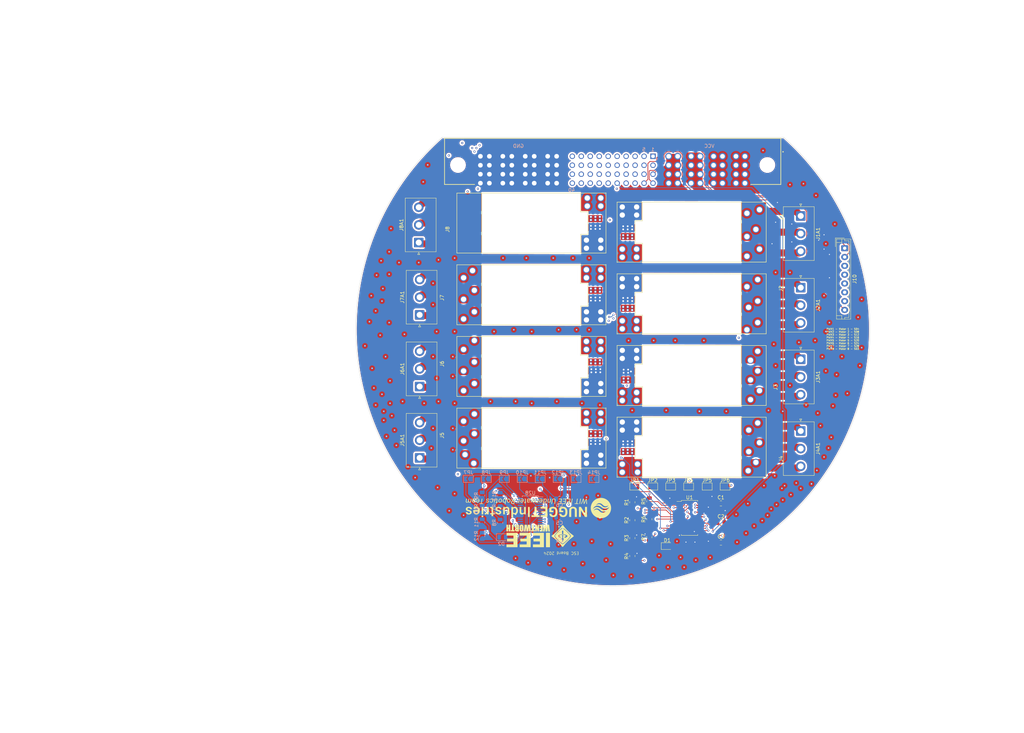
<source format=kicad_pcb>
(kicad_pcb (version 20221018) (generator pcbnew)
  (layers (0 "F.Cu" signal) (1 "In1.Cu" signal) (2 "In2.Cu" signal) (31 "B.Cu" signal) (34 "B.Paste" user) (35 "F.Paste" user) (36 "B.SilkS" user "B.Silkscreen") (37 "F.SilkS" user "F.Silkscreen") (38 "B.Mask" user) (39 "F.Mask" user) (44 "Edge.Cuts" user))
  (net 0 "")
  (net 1 "PWM Motor1")
  (net 2 "GND")
  (net 3 "/M1_P1")
  (net 4 "/M1_P2")
  (net 5 "/M1_P3")
  (net 6 "/M2_P1")
  (net 7 "/M2_P2")
  (net 8 "/M2_P3")
  (net 9 "/M3_P1")
  (net 10 "/M3_P2")
  (net 11 "/M3_P3")
  (net 12 "/M4_P1")
  (net 13 "/M4_P2")
  (net 14 "/M4_P3")
  (net 15 "/M5_P1")
  (net 16 "/M5_P2")
  (net 17 "/M5_P3")
  (net 18 "/M6_P1")
  (net 19 "/M6_P2")
  (net 20 "/M6_P3")
  (net 21 "/M7_P1")
  (net 22 "/M7_P2")
  (net 23 "/M7_P3")
  (net 24 "/M8_P1")
  (net 25 "/M8_P2")
  (net 26 "/M8_P3")
  (net 27 "12V+")
  (net 28 "SONAR5")
  (net 29 "SONAR6")
  (net 30 "SONAR4")
  (net 31 "SONAR3")
  (net 32 "SONAR2")
  (net 33 "SONAR1")
  (net 34 "RX")
  (net 35 "TX")
  (net 36 "SDA")
  (net 37 "3.3V")
  (net 38 "GPIO6")
  (net 39 "GPIO5")
  (net 40 "GPIO7")
  (net 41 "GPIO8")
  (net 42 "GPIO9")
  (net 43 "GPIO10")
  (net 44 "GPIO4")
  (net 45 "GPIO3")
  (net 46 "GPIO2")
  (net 47 "5V")
  (net 48 "PWM5")
  (net 49 "PWM6")
  (net 50 "PWM4")
  (net 51 "PWM3")
  (net 52 "PWM2")
  (net 53 "PWM1")
  (net 54 "PWM7")
  (net 55 "GPIO1")
  (net 56 "PWM12")
  (net 57 "PWM13")
  (net 58 "PWM11")
  (net 59 "PWM10")
  (net 60 "PWM9")
  (net 61 "PWM8")
  (net 62 "PWM14")
  (net 63 "PWM15")
  (net 64 "SCL")
  (net 65 "VCC")
  (net 66 "Net-(D1-K)")
  (net 67 "A0")
  (net 68 "A1")
  (net 69 "A3")
  (net 70 "A4")
  (net 71 "A5")
  (net 72 "A2")
  (net 73 "PWM Motor2")
  (net 74 "PWM Motor3")
  (net 75 "PWM Motor4")
  (net 76 "PWM Motor5")
  (net 77 "PWM Motor6")
  (net 78 "PWM Motor7")
  (net 79 "PWM Motor8")
  (net 80 "Net-(D2-K)")
  (net 81 "Net-(JP13-B)")
  (net 82 "Net-(JP14-B)")
  (net 83 "A6")
  (net 84 "A7")
  (net 85 "A8")
  (net 86 "A9")
  (net 87 "A10")
  (net 88 "A11")
  (net 89 "SONAR7")
  (net 90 "SONAR8")
  (footprint "Package_SO:TSSOP-28_4.4x9.7mm_P0.65mm" (layer "F.Cu") (at 226.06 137.16)
    (fp_text reference "U1")
    (fp_text value "PCA9685PW")
  )
  (footprint "electrical_stuff:ESC_FOOTPRINT_ROV_2024" (layer "F.Cu") (at 202.3886 65.5845 180)
    (fp_text reference "J8")
    (fp_text value "Conn_01x07")
    (fp_line (start 5.2 8.87) (end 7.23 8.87) (stroke (width 0.05)) (layer "Edge.Cuts"))
    (fp_line (start 5.2 15.14) (end 5.2 8.87) (stroke (width 0.05)) (layer "Edge.Cuts"))
    (fp_line (start 7.23 3.44) (end 35.04 3.5) (stroke (width 0.05)) (layer "Edge.Cuts"))
    (fp_line (start 7.23 8.87) (end 7.23 3.44) (stroke (width 0.05)) (layer "Edge.Cuts"))
    (fp_line (start 7.31 15.14) (end 5.2 15.14) (stroke (width 0.05)) (layer "Edge.Cuts"))
    (fp_line (start 7.31 20.55) (end 7.31 15.14) (stroke (width 0.05)) (layer "Edge.Cuts"))
    (fp_line (start 35.04 3.5) (end 35.04 20.56) (stroke (width 0.05)) (layer "Edge.Cuts"))
    (fp_line (start 35.04 20.56) (end 7.31 20.55) (stroke (width 0.05)) (layer "Edge.Cuts"))
  )
  (footprint "Capacitor_SMD:C_0805_2012Metric" (layer "F.Cu") (at 234.95 133.045)
    (fp_text reference "C1")
    (fp_text value "10uf")
  )
  (footprint "Resistor_SMD:R_0805_2012Metric" (layer "F.Cu") (at 214.675 137.53 90)
    (fp_text reference "R6")
    (fp_text value "220")
  )
  (footprint "Resistor_SMD:R_0805_2012Metric" (layer "F.Cu") (at 209.8725 132.7275 90)
    (fp_text reference "R1")
    (fp_text value "10k")
  )
  (footprint "Resistor_SMD:R_0805_2012Metric" (layer "F.Cu") (at 209.8725 137.8075 90)
    (fp_text reference "R2")
    (fp_text value "10k")
  )
  (footprint "Jumper:SolderJumper-2_P1.3mm_Open_TrianglePad1.0x1.5mm" (layer "F.Cu") (at 231.05 128.27)
    (fp_text reference "JP5")
    (fp_text value "SolderJumper_2_Open")
  )
  (footprint "Connector_JST:JST_NV_B03P-NV_1x03_P5.00mm_Vertical" (layer "F.Cu") (at 257.556 71.882 -90)
    (fp_text reference "J2A1")
    (fp_text value "Conn_01x03")
  )
  (footprint "Connector_JST:JST_NV_B03P-NV_1x03_P5.00mm_Vertical" (layer "F.Cu") (at 149.606 120.142 90)
    (fp_text reference "J5A1")
    (fp_text value "Conn_01x03")
  )
  (footprint "Resistor_SMD:R_0805_2012Metric" (layer "F.Cu") (at 214.675 132.45 90)
    (fp_text reference "R5")
    (fp_text value "10k")
  )
  (footprint "LED_SMD:LED_0805_2012Metric" (layer "F.Cu") (at 219.73 145.15)
    (fp_text reference "D1")
    (fp_text value "LED")
  )
  (footprint "Jumper:SolderJumper-2_P1.3mm_Open_TrianglePad1.0x1.5mm" (layer "F.Cu") (at 236.13 128.27)
    (fp_text reference "JP6")
    (fp_text value "SolderJumper_2_Open")
  )
  (footprint "electrical_stuff:ESC_FOOTPRINT_ROV_2024" (layer "F.Cu") (at 205.5354 64.4635)
    (fp_text reference "J2")
    (fp_text value "Conn_01x07")
    (fp_line (start 5.2 8.87) (end 7.23 8.87) (stroke (width 0.05)) (layer "Edge.Cuts"))
    (fp_line (start 5.2 15.14) (end 5.2 8.87) (stroke (width 0.05)) (layer "Edge.Cuts"))
    (fp_line (start 7.23 3.44) (end 35.04 3.5) (stroke (width 0.05)) (layer "Edge.Cuts"))
    (fp_line (start 7.23 8.87) (end 7.23 3.44) (stroke (width 0.05)) (layer "Edge.Cuts"))
    (fp_line (start 7.31 15.14) (end 5.2 15.14) (stroke (width 0.05)) (layer "Edge.Cuts"))
    (fp_line (start 7.31 20.55) (end 7.31 15.14) (stroke (width 0.05)) (layer "Edge.Cuts"))
    (fp_line (start 35.04 3.5) (end 35.04 20.56) (stroke (width 0.05)) (layer "Edge.Cuts"))
    (fp_line (start 35.04 20.56) (end 7.31 20.55) (stroke (width 0.05)) (layer "Edge.Cuts"))
  )
  (footprint "Resistor_SMD:R_0805_2012Metric" (layer "F.Cu") (at 214.675 142.61 90)
    (fp_text reference "R7")
    (fp_text value "10k")
  )
  (footprint "Jumper:SolderJumper-2_P1.3mm_Open_TrianglePad1.0x1.5mm" (layer "F.Cu") (at 225.79 128.27)
    (fp_text reference "JP4")
    (fp_text value "SolderJumper_2_Open")
  )
  (footprint "LOGO" (layer "F.Cu") (at 183.261 134.366 180)
    (fp_text reference "345678" hide)
    (fp_text value "LOGO" hide)
  )
  (footprint "Connector_JST:JST_NV_B03P-NV_1x03_P5.00mm_Vertical" (layer "F.Cu") (at 257.556 51.562 -90)
    (fp_text reference "J1A1")
    (fp_text value "Conn_01x03")
  )
  (footprint "Connector_JST:JST_NV_B03P-NV_1x03_P5.00mm_Vertical" (layer "F.Cu") (at 149.352 59.102 90)
    (fp_text reference "J8A1")
    (fp_text value "Conn_01x03")
  )
  (footprint "Capacitor_SMD:C_0805_2012Metric" (layer "F.Cu") (at 234.95 138.43)
    (fp_text reference "C2")
    (fp_text value "10uf")
  )
  (footprint "Jumper:SolderJumper-2_P1.3mm_Open_TrianglePad1.0x1.5mm" (layer "F.Cu") (at 210.55 128.27)
    (fp_text reference "JP1")
    (fp_text value "SolderJumper_2_Open")
  )
  (footprint "Connector_JST:JST_NV_B03P-NV_1x03_P5.00mm_Vertical" (layer "F.Cu") (at 257.556 112.522 -90)
    (fp_text reference "J4A1")
    (fp_text value "Conn_01x03")
  )
  (footprint "electrical_stuff:ESC_FOOTPRINT_ROV_2024" (layer "F.Cu") (at 202.3886 126.5445 180)
    (fp_text reference "J5")
    (fp_text value "Conn_01x07")
    (fp_line (start 5.2 8.87) (end 7.23 8.87) (stroke (width 0.05)) (layer "Edge.Cuts"))
    (fp_line (start 5.2 15.14) (end 5.2 8.87) (stroke (width 0.05)) (layer "Edge.Cuts"))
    (fp_line (start 7.23 3.44) (end 35.04 3.5) (stroke (width 0.05)) (layer "Edge.Cuts"))
    (fp_line (start 7.23 8.87) (end 7.23 3.44) (stroke (width 0.05)) (layer "Edge.Cuts"))
    (fp_line (start 7.31 15.14) (end 5.2 15.14) (stroke (width 0.05)) (layer "Edge.Cuts"))
    (fp_line (start 7.31 20.55) (end 7.31 15.14) (stroke (width 0.05)) (layer "Edge.Cuts"))
    (fp_line (start 35.04 3.5) (end 35.04 20.56) (stroke (width 0.05)) (layer "Edge.Cuts"))
    (fp_line (start 35.04 20.56) (end 7.31 20.55) (stroke (width 0.05)) (layer "Edge.Cuts"))
  )
  (footprint "Resistor_SMD:R_0805_2012Metric" (layer "F.Cu") (at 209.8725 147.9675 90)
    (fp_text reference "R4")
    (fp_text value "10k")
  )
  (footprint "Jumper:SolderJumper-2_P1.3mm_Open_TrianglePad1.0x1.5mm" (layer "F.Cu") (at 220.71 128.27)
    (fp_text reference "JP3")
    (fp_text value "SolderJumper_2_Open")
  )
  (footprint "electrical_stuff:ESC_FOOTPRINT_ROV_2024" (layer "F.Cu") (at 205.5354 84.7835)
    (fp_text reference "J3")
    (fp_text value "Conn_01x07")
    (fp_line (start 5.2 8.87) (end 7.23 8.87) (stroke (width 0.05)) (layer "Edge.Cuts"))
    (fp_line (start 5.2 15.14) (end 5.2 8.87) (stroke (width 0.05)) (layer "Edge.Cuts"))
    (fp_line (start 7.23 3.44) (end 35.04 3.5) (stroke (width 0.05)) (layer "Edge.Cuts"))
    (fp_line (start 7.23 8.87) (end 7.23 3.44) (stroke (width 0.05)) (layer "Edge.Cuts"))
    (fp_line (start 7.31 15.14) (end 5.2 15.14) (stroke (width 0.05)) (layer "Edge.Cuts"))
    (fp_line (start 7.31 20.55) (end 7.31 15.14) (stroke (width 0.05)) (layer "Edge.Cuts"))
    (fp_line (start 35.04 3.5) (end 35.04 20.56) (stroke (width 0.05)) (layer "Edge.Cuts"))
    (fp_line (start 35.04 20.56) (end 7.31 20.55) (stroke (width 0.05)) (layer "Edge.Cuts"))
  )
  (footprint "Connector_JST:JST_EH_B8B-EH-A_1x08_P2.50mm_Vertical" (layer "F.Cu") (at 270.002 60.706 -90)
    (fp_text reference "J10")
    (fp_text value "Conn_01x08_Pin")
  )
  (footprint "Jumper:SolderJumper-2_P1.3mm_Open_TrianglePad1.0x1.5mm" (layer "F.Cu") (at 215.63 128.27)
    (fp_text reference "JP2")
    (fp_text value "SolderJumper_2_Open")
  )
  (footprint "footprints:SAMTEC_PETC-04-40-04-01-X-RA-SD" (layer "F.Cu") (at 204.285 37.19 180)
    (fp_text reference "Backplane :))" hide)
    (fp_text value "PETC-04-40-04-01-X-RA-SD" hide)
  )
  (footprint "Connector_JST:JST_NV_B03P-NV_1x03_P5.00mm_Vertical" (layer "F.Cu") (at 149.606 99.916 90)
    (fp_text reference "J6A1")
    (fp_text value "Conn_01x03")
  )
  (footprint "LOGO" (layer "F.Cu") (at 183.761 142.366 180)
    (fp_text reference "G***" hide)
    (fp_text value "LOGO" hide)
  )
  (footprint "Resistor_SMD:R_0805_2012Metric" (layer "F.Cu") (at 209.8725 142.8875 90)
    (fp_text reference "R3")
    (fp_text value "10k")
  )
  (footprint "electrical_stuff:ESC_FOOTPRINT_ROV_2024" (layer "F.Cu") (at 205.5354 105.1035)
    (fp_text reference "J4")
    (fp_text value "Conn_01x07")
    (fp_line (start 5.2 8.87) (end 7.23 8.87) (stroke (width 0.05)) (layer "Edge.Cuts"))
    (fp_line (start 5.2 15.14) (end 5.2 8.87) (stroke (width 0.05)) (layer "Edge.Cuts"))
    (fp_line (start 7.23 3.44) (end 35.04 3.5) (stroke (width 0.05)) (layer "Edge.Cuts"))
    (fp_line (start 7.23 8.87) (end 7.23 3.44) (stroke (width 0.05)) (layer "Edge.Cuts"))
    (fp_line (start 7.31 15.14) (end 5.2 15.14) (stroke (width 0.05)) (layer "Edge.Cuts"))
    (fp_line (start 7.31 20.55) (end 7.31 15.14) (stroke (width 0.05)) (layer "Edge.Cuts"))
    (fp_line (start 35.04 3.5) (end 35.04 20.56) (stroke (width 0.05)) (layer "Edge.Cuts"))
    (fp_line (start 35.04 20.56) (end 7.31 20.55) (stroke (width 0.05)) (layer "Edge.Cuts"))
  )
  (footprint "Capacitor_SMD:C_0805_2012Metric" (layer "F.Cu") (at 234.95 144.145)
    (fp_text reference "C3")
    (fp_text value "10uf")
  )
  (footprint "electrical_stuff:ESC_FOOTPRINT_ROV_2024" (layer "F.Cu") (at 205.5354 44.1435)
    (fp_text reference "J1")
    (fp_text value "Conn_01x07" hide)
    (fp_line (start 5.2 8.87) (end 7.23 8.87) (stroke (width 0.05)) (layer "Edge.Cuts"))
    (fp_line (start 5.2 15.14) (end 5.2 8.87) (stroke (width 0.05)) (layer "Edge.Cuts"))
    (fp_line (start 7.23 3.44) (end 35.04 3.5) (stroke (width 0.05)) (layer "Edge.Cuts"))
    (fp_line (start 7.23 8.87) (end 7.23 3.44) (stroke (width 0.05)) (layer "Edge.Cuts"))
    (fp_line (start 7.31 15.14) (end 5.2 15.14) (stroke (width 0.05)) (layer "Edge.Cuts"))
    (fp_line (start 7.31 20.55) (end 7.31 15.14) (stroke (width 0.05)) (layer "Edge.Cuts"))
    (fp_line (start 35.04 3.5) (end 35.04 20.56) (stroke (width 0.05)) (layer "Edge.Cuts"))
    (fp_line (start 35.04 20.56) (end 7.31 20.55) (stroke (width 0.05)) (layer "Edge.Cuts"))
  )
  (footprint "Connector_JST:JST_NV_B03P-NV_1x03_P5.00mm_Vertical" (layer "F.Cu") (at 149.606 79.596 90)
    (fp_text reference "J7A1")
    (fp_text value "Conn_01x03")
  )
  (footprint "electrical_stuff:ESC_FOOTPRINT_ROV_2024" (layer "F.Cu") (at 202.3886 106.2245 180)
    (fp_text reference "J6")
    (fp_text value "Conn_01x07")
    (fp_line (start 5.2 8.87) (end 7.23 8.87) (stroke (width 0.05)) (layer "Edge.Cuts"))
    (fp_line (start 5.2 15.14) (end 5.2 8.87) (stroke (width 0.05)) (layer "Edge.Cuts"))
    (fp_line (start 7.23 3.44) (end 35.04 3.5) (stroke (width 0.05)) (layer "Edge.Cuts"))
    (fp_line (start 7.23 8.87) (end 7.23 3.44) (stroke (width 0.05)) (layer "Edge.Cuts"))
    (fp_line (start 7.31 15.14) (end 5.2 15.14) (stroke (width 0.05)) (layer "Edge.Cuts"))
    (fp_line (start 7.31 20.55) (end 7.31 15.14) (stroke (width 0.05)) (layer "Edge.Cuts"))
    (fp_line (start 35.04 3.5) (end 35.04 20.56) (stroke (width 0.05)) (layer "Edge.Cuts"))
    (fp_line (start 35.04 20.56) (end 7.31 20.55) (stroke (width 0.05)) (layer "Edge.Cuts"))
  )
  (footprint "Connector_JST:JST_NV_B03P-NV_1x03_P5.00mm_Vertical" (layer "F.Cu") (at 257.556 92.202 -90)
    (fp_text reference "J3A1")
    (fp_text value "Conn_01x03")
  )
  (footprint "electrical_stuff:ESC_FOOTPRINT_ROV_2024" (layer "F.Cu") (at 202.3886 85.9045 180)
    (fp_text reference "J7")
    (fp_text value "Conn_01x07")
    (fp_line (start 5.2 8.87) (end 7.23 8.87) (stroke (width 0.05)) (layer "Edge.Cuts"))
    (fp_line (start 5.2 15.14) (end 5.2 8.87) (stroke (width 0.05)) (layer "Edge.Cuts"))
    (fp_line (start 7.23 3.44) (end 35.04 3.5) (stroke (width 0.05)) (layer "Edge.Cuts"))
    (fp_line (start 7.23 8.87) (end 7.23 3.44) (stroke (width 0.05)) (layer "Edge.Cuts"))
    (fp_line (start 7.31 15.14) (end 5.2 15.14) (stroke (width 0.05)) (layer "Edge.Cuts"))
    (fp_line (start 7.31 20.55) (end 7.31 15.14) (stroke (width 0.05)) (layer "Edge.Cuts"))
    (fp_line (start 35.04 3.5) (end 35.04 20.56) (stroke (width 0.05)) (layer "Edge.Cuts"))
    (fp_line (start 35.04 20.56) (end 7.31 20.55) (stroke (width 0.05)) (layer "Edge.Cuts"))
  )
  (footprint "Resistor_SMD:R_0805_2012Metric" (layer "B.Cu") (at 167.3275 130.8225 -90)
    (fp_text reference "R9")
    (fp_text value "10k")
  )
  (footprint "Capacitor_SMD:C_0805_2012Metric" (layer "B.Cu") (at 189.2325 141.975)
    (fp_text reference "C4")
    (fp_text value "10uf")
  )
  (footprint "Resistor_SMD:R_0805_2012Metric" (layer "B.Cu") (at 167.3275 138.4425 -90)
    (fp_text reference "R11")
    (fp_text value "10k")
  )
  (footprint "Resistor_SMD:R_0805_2012Metric" (layer "B.Cu") (at 167.3275 134.6325 -90)
    (fp_text reference "R10")
    (fp_text value "10k")
  )
  (footprint "Jumper:SolderJumper-2_P1.3mm_Open_TrianglePad1.0x1.5mm" (layer "B.Cu") (at 198.9875 126.1 180)
    (fp_text reference "JP14")
    (fp_text value "SolderJumper_2_Open")
  )
  (footprint "Jumper:SolderJumper-2_P1.3mm_Open_TrianglePad1.0x1.5mm" (layer "B.Cu") (at 173.5875 126.1 180)
    (fp_text reference "JP9")
    (fp_text value "SolderJumper_2_Open")
  )
  (footprint "Jumper:SolderJumper-2_P1.3mm_Open_TrianglePad1.0x1.5mm" (layer "B.Cu") (at 193.9075 126.1 180)
    (fp_text reference "JP13")
    (fp_text value "SolderJumper_2_Open")
  )
  (footprint "Resistor_SMD:R_0805_2012Metric" (layer "B.Cu") (at 172.4075 138.5225 -90)
    (fp_text reference "R8")
    (fp_text value "10k")
  )
  (footprint "Jumper:SolderJumper-2_P1.3mm_Open_TrianglePad1.0x1.5mm" (layer "B.Cu") (at 183.7475 126.1 180)
    (fp_text reference "JP11")
    (fp_text value "SolderJumper_2_Open")
  )
  (footprint "Jumper:SolderJumper-2_P1.3mm_Open_TrianglePad1.0x1.5mm" (layer "B.Cu") (at 168.5075 126.1 180)
    (fp_text reference "JP8")
    (fp_text value "SolderJumper_2_Open")
  )
  (footprint "LED_SMD:LED_0805_2012Metric" (layer "B.Cu") (at 173.0425 142.61)
    (fp_text reference "D2")
    (fp_text value "LED")
  )
  (footprint "Capacitor_SMD:C_0805_2012Metric" (layer "B.Cu") (at 189.2275 131.815)
    (fp_text reference "C6")
    (fp_text value "10uf")
  )
  (footprint "Capacitor_SMD:C_0805_2012Metric" (layer "B.Cu") (at 189.2275 136.895)
    (fp_text reference "C5")
    (fp_text value "10uf")
  )
  (footprint "Resistor_SMD:R_0805_2012Metric" (layer "B.Cu") (at 167.3275 142.2525 -90)
    (fp_text reference "R12")
    (fp_text value "10k")
  )
  (footprint "Jumper:SolderJumper-2_P1.3mm_Open_TrianglePad1.0x1.5mm" (layer "B.Cu") (at 163.4275 126.1 180)
    (fp_text reference "JP7")
    (fp_text value "SolderJumper_2_Open")
  )
  (footprint "Jumper:SolderJumper-2_P1.3mm_Open_TrianglePad1.0x1.5mm" (layer "B.Cu") (at 178.6675 126.1 180)
    (fp_text reference "JP10")
    (fp_text value "SolderJumper_2_Open")
  )
  (footprint "Package_SO:TSSOP-28_4.4x9.7mm_P0.65mm" (layer "B.Cu") (at 180.9715 135.892 180)
    (fp_text reference "U28")
    (fp_text value "PCA9685PW")
  )
  (footprint "Jumper:SolderJumper-2_P1.3mm_Open_TrianglePad1.0x1.5mm" (layer "B.Cu") (at 188.8275 126.1 180)
    (fp_text reference "JP12")
    (fp_text value "SolderJumper_2_Open")
  )
  (footprint "Resistor_SMD:R_0805_2012Metric" (layer "B.Cu") (at 172.4075 134.7125 -90)
    (fp_text reference "R14")
    (fp_text value "220")
  )
  (footprint "Resistor_SMD:R_0805_2012Metric" (layer "B.Cu") (at 172.4075 130.9025 -90)
    (fp_text reference "R13")
    (fp_text value "10k")
  )
  (gr_arc (start 252.74 29.3) (mid 204.34 156.514284) (end 155.94 29.3) (stroke (width 0.1)) (layer "Edge.Cuts"))
  (gr_line (start 155.94 29.3) (end 252.74 29.3) (stroke (width 0.1)) (layer "Edge.Cuts"))
  (gr_text "GND" (at 179.2 32.32) (layer "B.SilkS") (effects (font (size 1 1)) (justify left bottom mirror)))
  (gr_text "1" (at 216.2 33.32) (layer "B.SilkS") (effects (font (size 1 1)) (justify left bottom mirror)))
  (gr_text "5" (at 213.7 33.32) (layer "B.SilkS") (effects (font (size 1 1)) (justify left bottom mirror)))
  (gr_text "VCC" (at 233.2 32.32) (layer "B.SilkS") (effects (font (size 1 1)) (justify left bottom mirror)))
  (gr_text "40" (at 193.7 44.82) (layer "B.SilkS") (effects (font (size 1 1)) (justify left bottom mirror)))
  (gr_text "PWM1 - Motor 1 - S04\nPWM2 - Motor 2 - S08\nPWM3 - Motor 3 - S12\nPWM4 - Motor 4 - S16\nPWM5 - Motor 5 - S20\nPWM6 - Motor 6 - S24\nPWM7 - Motor 7 - S28\nPWM8 - Motor 8 - S03" (at 264.795 89.535) (layer "F.SilkS") (effects (font (size 0.5 0.5) (thickness 0.1)) (justify left bottom)))
  (gr_text "ESC Board 2024" (at 189.738 146.685 180) (layer "F.SilkS") (effects (font (size 0.8 0.8) (thickness 0.1)) (justify bottom)))
  (segment (start 220.6771 136.185) (end 219.4016 134.9095) (width 0.2) (layer "F.Cu") (net 1))
  (segment (start 208.155 57.4023) (end 208.1 57.4023) (width 0.2) (layer "F.Cu") (net 1))
  (segment (start 219.4016 134.9095) (end 213.4683 134.9095) (width 0.2) (layer "F.Cu") (net 1))
  (segment (start 223.1975 136.185) (end 220.6771 136.185) (width 0.2) (layer "F.Cu") (net 1))
  (segment (start 208.558 57.4023) (end 208.155 57.4023) (width 0.2) (layer "F.Cu") (net 1))
  (segment (start 208.155 57.4023) (end 208.1 57.4023) (width 0.2) (layer "F.Cu") (net 1))
  (segment (start 208.558 57.4023) (end 208.155 57.4023) (width 0.2) (layer "F.Cu") (net 1))
  (segment (start 208.1 57.4023) (end 207.774 57.4023) (width 0.2) (layer "F.Cu") (net 1))
  (segment (start 208.155 57.4023) (end 208.534 57.023) (width 0.2) (layer "F.Cu") (net 1))
  (segment (start 207.774 57.4023) (end 207.643 57.4023) (width 0.2) (layer "F.Cu") (net 1))
  (segment (start 207.643 57.4023) (end 207.264 57.023) (width 0.2) (layer "F.Cu") (net 1))
  (segment (start 208.1 57.4023) (end 207.774 57.4023) (width 0.2) (layer "F.Cu") (net 1))
  (segment (start 207.774 57.4023) (end 207.264 57.912) (width 0.2) (layer "F.Cu") (net 1))
  (via (at 209.804 57.023) (size 0.75) (drill 0.5) (layers "F.Cu" "B.Cu") (net 1))
  (via (at 209.804 57.912) (size 0.75) (drill 0.5) (layers "F.Cu" "B.Cu") (net 1))
  (via (at 208.534 57.912) (size 0.75) (drill 0.5) (layers "F.Cu" "B.Cu") (net 1))
  (via (at 208.534 57.023) (size 0.75) (drill 0.5) (layers "F.Cu" "B.Cu") (net 1))
  (via (at 207.264 57.912) (size 0.75) (drill 0.5) (layers "F.Cu" "B.Cu") (net 1))
  (via (at 207.264 57.023) (size 0.75) (drill 0.5) (layers "F.Cu" "B.Cu") (net 1))
  (via (at 213.4683 134.9095) (size 0.6) (drill 0.3) (layers "F.Cu" "B.Cu") (net 1))
  (segment (start 198.9585 100.294) (end 198.889 100.224) (width 0.2) (layer "F.Cu") (net 2))
  (segment (start 209.036 111.104) (end 209.0354 111.104) (width 0.2) (layer "F.Cu") (net 2))
  (segment (start 210.4151 131.815) (end 211.0433 131.1868) (width 0.2) (layer "F.Cu") (net 2))
  (segment (start 200.201 115.775) (end 199.784 115.775) (width 0.2) (layer "F.Cu") (net 2))
  (segment (start 198.55 75.1349) (end 198.12 75.565) (width 0.2) (layer "F.Cu") (net 2))
  (segment (start 199.39 55.2084) (end 199.39 55.245) (width 0.2) (layer "F.Cu") (net 2))
  (segment (start 200.914 60.706) (end 200.01 60.706) (width 0.2) (layer "F.Cu") (net 2))
  (segment (start 199.029 100.364) (end 198.889 100.224) (width 0.2) (layer "F.Cu") (net 2))
  (segment (start 199.784 75.1349) (end 200.201 75.1349) (width 0.2) (layer "F.Cu") (net 2))
  (segment (start 199.39 116.168) (end 199.39 116.205) (width 0.2) (layer "F.Cu") (net 2))
  (segment (start 199.792 79.9045) (end 200.914 81.026) (width 0.2) (layer "F.Cu") (net 2))
  (segment (start 208.534 74.8251) (end 208.534 74.803) (width 0.2) (layer "F.Cu") (net 2))
  (segment (start 198.014 59.5845) (end 196.85 58.42) (width 0.2) (layer "F.Cu") (net 2))
  (segment (start 200.01 101.346) (end 200.914 101.346) (width 0.2) (layer "F.Cu") (net 2))
  (segment (start 208.534 115.873) (end 208.534 115.443) (width 0.2) (layer "F.Cu") (net 2))
  (segment (start 209.0354 70.4635) (end 209.91 70.4635) (width 0.2) (layer "F.Cu") (net 2))
  (segment (start 235.9 133.045) (end 235.9 135.0806) (width 0.2) (layer "F.Cu") (net 2))
  (segment (start 198.9585 100.294) (end 198.9581 100.294) (width 0.2) (layer "F.Cu") (net 2))
  (segment (start 208.126 54.9131) (end 207.694 54.9131) (width 0.2) (layer "F.Cu") (net 2))
  (segment (start 208.132 70.4635) (end 209.0354 70.4635) (width 0.2) (layer "F.Cu") (net 2))
  (segment (start 228.9225 136.185) (end 229.84 136.185) (width 0.2) (layer "F.Cu") (net 2))
  (segment (start 208.132 50.1435) (end 207.01 49.022) (width 0.2) (layer "F.Cu") (net 2))
  (segment (start 208.132 111.104) (end 207.01 109.982) (width 0.2) (layer "F.Cu") (net 2))
  (segment (start 198.8886 120.5445) (end 198.8885 120.5445) (width 0.2) (layer "F.Cu") (net 2))
  (segment (start 208.558 75.2331) (end 208.126 75.2331) (width 0.2) (layer "F.Cu") (net 2))
  (segment (start 199.45 100.785) (end 199.449 100.785) (width 0.2) (layer "F.Cu") (net 2))
  (segment (start 207.01 69.342) (end 208.132 70.4635) (width 0.2) (layer "F.Cu") (net 2))
  (segment (start 209.036 111.104) (end 209.0354 111.104) (width 0.2) (layer "F.Cu") (net 2))
  (segment (start 207.01 89.662) (end 207.914 89.662) (width 0.2) (layer "F.Cu") (net 2))
  (segment (start 209.0354 111.104) (end 209.035 111.104) (width 0.2) (layer "F.Cu") (net 2))
  (segment (start 236.3019 143.7431) (end 236.3019 138.8319) (width 0.2) (layer "F.Cu") (net 2))
  (segment (start 199.366 75.1349) (end 198.55 75.1349) (width 0.2) (layer "F.Cu") (net 2))
  (segment (start 214.675 141.6975) (end 213.4665 141.6975) (width 0.2) (layer "F.Cu") (net 2))
  (segment (start 198.015 119.671) (end 198.306 119.962) (width 0.2) (layer "F.Cu") (net 2))
  (segment (start 214.3912 136.6175) (end 213.6397 137.369) (width 0.2) (layer "F.Cu") (net 2))
  (segment (start 200.328 95.4549) (end 200.787 94.996) (width 0.2) (layer "F.Cu") (net 2))
  (segment (start 210.2 51.308) (end 209.035 50.1435) (width 0.2) (layer "F.Cu") (net 2))
  (segment (start 209.035 50.1435) (end 208.132 50.1435) (width 0.2) (layer "F.Cu") (net 2))
  (segment (start 209.91 90.7835) (end 211.074 91.948) (width 0.2) (layer "F.Cu") (net 2))
  (segment (start 209.0354 111.1035) (end 209.0354 111.104) (width 0.2) (layer "F.Cu") (net 2))
  (segment (start 199.029 100.364) (end 199.028 100.364) (width 0.2) (layer "F.Cu") (net 2))
  (segment (start 207.694 115.873) (end 208.534 115.873) (width 0.2) (layer "F.Cu") (net 2))
  (segment (start 207.914 89.662) (end 209.035 90.7835) (width 0.2) (layer "F.Cu") (net 2))
  (segment (start 211.074 51.308) (end 210.2 51.308) (width 0.2) (layer "F.Cu") (net 2))
  (segment (start 200.01 60.706) (end 198.889 59.5845) (width 0.2) (layer "F.Cu") (net 2))
  (segment (start 199.449 100.785) (end 199.169 100.504) (width 0.2) (layer "F.Cu") (net 2))
  (segment (start 208.661 95.1846) (end 208.661 95.123) (width 0.2) (layer "F.Cu") (net 2))
  (segment (start 199.39 75.5284) (end 199.39 75.565) (width 0.2) (layer "F.Cu") (net 2))
  (segment (start 209.8992 142.0017) (end 209.8725 141.975) (width 0.2) (layer "F.Cu") (net 2))
  (segment (start 198.9581 100.294) (end 198.8886 100.2245) (width 0.2) (layer "F.Cu") (net 2))
  (segment (start 209.0354 111.104) (end 209.035 111.104) (width 0.2) (layer "F.Cu") (net 2))
  (segment (start 198.889 100.224) (end 199.029 100.364) (width 0.2) (layer "F.Cu") (net 2))
  (segment (start 211.1771 147.2065) (end 210.024 147.2065) (width 0.2) (layer "F.Cu") (net 2))
  (segment (start 208.5581 115.873) (end 208.558 115.8731) (width 0.2) (layer "F.Cu") (net 2))
  (segment (start 196.85 78.74) (end 197.724 78.74) (width 0.2) (layer "F.Cu") (net 2))
  (segment (start 198.55 54.8149) (end 198.12 55.245) (width 0.2) (layer "F.Cu") (net 2))
  (segment (start 230.1677 135.4246) (end 229.6281 134.885) (width 0.2) (layer "F.Cu") (net 2))
  (segment (start 199.784 115.775) (end 199.366 115.775) (width 0.2) (layer "F.Cu") (net 2))
  (segment (start 199.169 100.504) (end 199.029 100.364) (width 0.2) (layer "F.Cu") (net 2))
  (segment (start 199.45 100.785) (end 200.01 101.346) (width 0.2) (layer "F.Cu") (net 2))
  (segment (start 209.035 111.104) (end 208.132 111.104) (width 0.2) (layer "F.Cu") (net 2))
  (segment (start 198.015 119.671) (end 198.306 119.962) (width 0.2) (layer "F.Cu") (net 2))
  (segment (start 209.03 95.5531) (end 208.661 95.1846) (width 0.2) (layer "F.Cu") (net 2))
  (segment (start 210.024 147.2065) (end 209.8725 147.055) (width 0.2) (layer "F.Cu") (net 2))
  (segment (start 209.0354 50.1435) (end 209.035 50.1435) (width 0.2) (layer "F.Cu") (net 2))
  (segment (start 223.1975 141.385) (end 223.1975 142.1061) (width 0.2) (layer "F.Cu") (net 2))
  (segment (start 208.126 54.9131) (end 208.534 54.5051) (width 0.2) (layer "F.Cu") (net 2))
  (segment (start 207.694 54.9131) (end 207.264 54.483) (width 0.2) (layer "F.Cu") (net 2))
  (segment (start 207.694 75.2331) (end 207.264 74.803) (width 0.2) (layer "F.Cu") (net 2))
  (segment (start 208.558 54.9131) (end 208.126 54.9131) (width 0.2) (layer "F.Cu") (net 2))
  (segment (start 198.8885 120.5445) (end 198.452 120.108) (width 0.2) (layer "F.Cu") (net 2))
  (segment (start 197.724 78.74) (end 198.889 79.9045) (width 0.2) (layer "F.Cu") (net 2))
  (segment (start 211.0854 142.0017) (end 209.8992 142.0017) (width 0.2) (layer "F.Cu") (net 2))
  (segment (start 214.675 131.5375) (end 214.675 130.3294) (width 0.2) (layer "F.Cu") (net 2))
  (segment (start 199.366 54.8149) (end 198.55 54.8149) (width 0.2) (layer "F.Cu") (net 2))
  (segment (start 207.264 115.443) (end 207.694 115.873) (width 0.2) (layer "F.Cu") (net 2))
  (segment (start 208.534 115.873) (end 208.5581 115.873) (width 0.2) (layer "F.Cu") (net 2))
  (segment (start 207.821 95.5531) (end 207.391 95.123) (width 0.2) (layer "F.Cu") (net 2))
  (segment (start 199.517 95.7849) (end 199.517 95.885) (width 0.2) (layer "F.Cu") (net 2))
  (segment (start 209.035 90.7835) (end 209.0354 90.7835) (width 0.2) (layer "F.Cu") (net 2))
  (segment (start 199.366 115.775) (end 198.55 115.775) (width 0.2) (layer "F.Cu") (net 2))
  (segment (start 213.4665 141.6975) (end 213.4638 141.6948) (width 0.2) (layer "F.Cu") (net 2))
  (segment (start 230.1677 135.8573) (end 230.1677 135.4246) (width 0.2) (layer "F.Cu") (net 2))
  (segment (start 208.126 75.2331) (end 208.534 74.8251) (width 0.2) (layer "F.Cu") (net 2))
  (segment (start 199.366 115.7749) (end 199.366 115.775) (width 0.2) (layer "F.Cu") (net 2))
  (segment (start 199.784 54.8149) (end 200.201 54.8149) (width 0.2) (layer "F.Cu") (net 2))
  (segment (start 197.724 119.38) (end 198.015 119.671) (width 0.2) (layer "F.Cu") (net 2))
  (segment (start 236.3019 138.8319) (end 235.9 138.43) (width 0.2) (layer "F.Cu") (net 2))
  (segment (start 208.558 95.5531) (end 209.03 95.5531) (width 0.2) (layer "F.Cu") (net 2))
  (segment (start 199.366 95.4549) (end 199.847 95.4549) (width 0.2) (layer "F.Cu") (net 2))
  (segment (start 209.8725 131.815) (end 210.4151 131.815) (width 0.2) (layer "F.Cu") (net 2))
  (segment (start 209.374 75.2331) (end 209.804 74.803) (width 0.2) (layer "F.Cu") (net 2))
  (segment (start 208.534 54.5051) (end 208.534 54.483) (width 0.2) (layer "F.Cu") (net 2))
  (segment (start 199.784 115.775) (end 199.39 116.168) (width 0.2) (layer "F.Cu") (net 2))
  (segment (start 199.366 54.8149) (end 199.784 54.8149) (width 0.2) (layer "F.Cu") (net 2))
  (segment (start 199.029 100.364) (end 199.169 100.504) (width 0.2) (layer "F.Cu") (net 2))
  (segment (start 209.374 54.9131) (end 209.804 54.483) (width 0.2) (layer "F.Cu") (net 2))
  (segment (start 199.784 75.1349) (end 199.39 75.5284) (width 0.2) (layer "F.Cu") (net 2))
  (segment (start 209.357917 95.5531) (end 209.03 95.5531) (width 0.2) (layer "F.Cu") (net 2))
  (segment (start 198.677 95.4549) (end 198.247 95.885) (width 0.2) (layer "F.Cu") (net 2))
  (segment (start 235.9 135.0806) (end 236.1593 135.0806) (width 0.2) (layer "F.Cu") (net 2))
  (segment (start 211.074 112.268) (end 209.91 111.104) (width 0.2) (layer "F.Cu") (net 2))
  (segment (start 208.558 95.5531) (end 207.821 95.5531) (width 0.2) (layer "F.Cu") (net 2))
  (segment (start 229.84 136.185) (end 230.1677 135.8573) (width 0.2) (layer "F.Cu") (net 2))
  (segment (start 198.55 115.775) (end 198.12 116.205) (width 0.2) (layer "F.Cu") (net 2))
  (segment (start 199.169 100.504) (end 199.45 100.785) (width 0.2) (layer "F.Cu") (net 2))
  (segment (start 209.458907 95.65409) (end 209.357917 95.5531) (width 0.2) (layer "F.Cu") (net 2))
  (segment (start 208.558 54.9131) (end 209.374 54.9131) (width 0.2) (layer "F.Cu") (net 2))
  (segment (start 200.201 75.1349) (end 200.66 74.676) (width 0.2) (layer "F.Cu") (net 2))
  (segment (start 209.374 115.873) (end 209.804 115.443) (width 0.2) (layer "F.Cu") (net 2))
  (segment (start 198.889 79.9045) (end 199.792 79.9045) (width 0.2) (layer "F.Cu") (net 2))
  (segment (start 199.847 95.4549) (end 200.328 95.4549) (width 0.2) (layer "F.Cu") (net 2))
  (segment (start 196.85 99.06) (end 197.724 99.06) (width 0.2) (layer "F.Cu") (net 2))
  (segment (start 209.4127 137.3548) (end 208.6604 137.3548) (width 0.2) (layer "F.Cu") (net 2))
  (segment (start 198.889 59.5845) (end 198.8886 59.5845) (width 0.2) (layer "F.Cu") (net 2))
  (segment (start 209.91 111.104) (end 209.036 111.104) (width 0.2) (layer "F.Cu") (net 2))
  (segment (start 199.784 54.8149) (end 199.39 55.2084) (width 0.2) (layer "F.Cu") (net 2))
  (segment (start 197.724 99.06) (end 198.889 100.224) (width 0.2) (layer "F.Cu") (net 2))
  (segment (start 199.847 95.4549) (end 199.517 95.7849) (width 0.2) (layer "F.Cu") (net 2))
  (segment (start 214.675 136.6175) (end 214.3912 136.6175) (width 0.2) (layer "F.Cu") (net 2))
  (segment (start 199.169 100.504) (end 199.029 100.364) (width 0.2) (layer "F.Cu") (net 2))
  (segment (start 198.306 119.962) (end 198.452 120.108) (width 0.2) (layer "F.Cu") (net 2))
  (segment (start 200.201 54.8149) (end 200.66 54.356) (width 0.2) (layer "F.Cu") (net 2))
  (segment (start 199.028 100.364) (end 198.9585 100.294) (width 0.2) (layer "F.Cu") (net 2))
  (segment (start 200.66 115.316) (end 200.201 115.775) (width 0.2) (layer "F.Cu") (net 2))
  (segment (start 199.366 75.1349) (end 199.784 75.1349) (width 0.2) (layer "F.Cu") (net 2))
  (segment (start 209.0354 90.7835) (end 209.91 90.7835) (width 0.2) (layer "F.Cu") (net 2))
  (segment (start 196.85 119.38) (end 197.724 119.38) (width 0.2) (layer "F.Cu") (net 2))
  (segment (start 209.91 70.4635) (end 211.074 71.628) (width 0.2) (layer "F.Cu") (net 2))
  (segment (start 229.6281 134.885) (end 228.9225 134.885) (width 0.2) (layer "F.Cu") (net 2))
  (segment (start 208.126 75.2331) (end 207.694 75.2331) (width 0.2) (layer "F.Cu") (net 2))
  (segment (start 199.366 95.4549) (end 198.677 95.4549) (width 0.2) (layer "F.Cu") (net 2))
  (segment (start 198.8886 59.5845) (end 198.014 59.5845) (width 0.2) (layer "F.Cu") (net 2))
  (segment (start 209.8725 136.895) (end 209.4127 137.3548) (width 0.2) (layer "F.Cu") (net 2))
  (segment (start 235.9 144.145) (end 236.3019 143.7431) (width 0.2) (layer "F.Cu") (net 2))
  (segment (start 198.8886 79.9045) (end 198.889 79.9045) (width 0.2) (layer "F.Cu") (net 2))
  (segment (start 208.5581 115.873) (end 209.374 115.873) (width 0.2) (layer "F.Cu") (net 2))
  (segment (start 235.9 135.0806) (end 235.9 138.43) (width 0.2) (layer "F.Cu") (net 2))
  (segment (start 208.558 75.2331) (end 209.374 75.2331) (width 0.2) (layer "F.Cu") (net 2))
  (segment (start 199.029 100.364) (end 198.889 100.224) (width 0.2) (layer "F.Cu") (net 2))
  (via (at 199.517 94.996) (size 0.75) (drill 0.5) (layers "F.Cu" "B.Cu") (net 2))
  (via (at 191.1917 131.0235) (size 0.6) (drill 0.3) (layers "F.Cu" "B.Cu") (net 2))
  (via (at 200.787 94.996) (size 0.75) (drill 0.5) (layers "F.Cu" "B.Cu") (net 2))
  (via (at 211.1771 147.2065) (size 0.6) (drill 0.3) (layers "F.Cu" "B.Cu") (net 2))
  (via (at 227.584 144.018) (size 0.6) (drill 0.3) (layers "F.Cu" "B.Cu") (net 2))
  (via (at 207.01 109.982) (size 2) (drill 1.5) (layers "F.Cu" "B.Cu") (net 2))
  (via (at 231.394 143.764) (size 0.6) (drill 0.3) (layers "F.Cu" "B.Cu") (net 2))
  (via (at 211.0433 131.1868) (size 0.6) (drill 0.3) (layers "F.Cu" "B.Cu") (net 2))
  (via (at 196.85 81.026) (size 2) (drill 1.5) (layers "F.Cu" "B.Cu") (net 2))
  (via (at 196.85 60.706) (size 2) (drill 1.5) (layers "F.Cu" "B.Cu") (net 2))
  (via (at 225.044 144.018) (size 0.6) (drill 0.3) (layers "F.Cu" "B.Cu") (net 2))
  (via (at 211.074 71.628) (size 2) (drill 1.5) (layers "F.Cu" "B.Cu") (net 2))
  (via (at 209.458907 95.65409) (size 0.75) (drill 0.5) (layers "F.Cu" "B.Cu") (net 2))
  (via (at 200.66 54.356) (size 0.75) (drill 0.5) (layers "F.Cu" "B.Cu") (net 2))
  (via (at 207.01 69.342) (size 2) (drill 1.5) (layers "F.Cu" "B.Cu") (net 2))
  (via (at 176.833 136.217) (size 0.6) (drill 0.3) (layers "F.Cu" "B.Cu") (net 2))
  (via (at 200.914 60.706) (size 2) (drill 1.5) (layers "F.Cu" "B.Cu") (net 2))
  (via (at 200.914 119.38) (size 2) (drill 1.5) (layers "F.Cu" "B.Cu") (net 2))
  (via (at 198.12 75.565) (size 0.75) (drill 0.5) (layers "F.Cu" "B.Cu") (net 2))
  (via (at 223.1975 142.1061) (size 0.6) (drill 0.3) (layers "F.Cu" "B.Cu") (net 2))
  (via (at 207.01 51.308) (size 2) (drill 1.5) (layers "F.Cu" "B.Cu") (net 2))
  (via (at 209.804 115.443) (size 0.75) (drill 0.5) (layers "F.Cu" "B.Cu") (net 2))
  (via (at 199.517 95.885) (size 0.75) (drill 0.5) (layers "F.Cu" "B.Cu") (net 2))
  (via (at 227.4229 141.0124) (size 0.6) (drill 0.3) (layers "F.Cu" "B.Cu") (net 2))
  (via (at 207.01 89.662) (size 2) (drill 1.5) (layers "F.Cu" "B.Cu") (net 2))
  (via (at 165.5654 131.9071) (size 0.6) (drill 0.3) (layers "F.Cu" "B.Cu") (net 2))
  (via (at 198.12 115.316) (size 0.75) (drill 0.5) (layers "F.Cu" "B.Cu") (net 2))
  (via (at 208.534 116.332) (size 0.75) (drill 0.5) (layers "F.Cu" "B.Cu") (net 2))
  (via (at 200.66 115.316) (size 0.75) (drill 0.5) (layers "F.Cu" "B.Cu") (net 2))
  (via (at 214.675 130.3294) (size 0.6) (drill 0.3) (layers "F.Cu" "B.Cu") (net 2))
  (via (at 211.074 89.662) (size 2) (drill 1.5) (layers "F.Cu" "B.Cu") (net 2))
  (via (at 211.074 49.022) (size 2) (drill 1.5) (layers "F.Cu" "B.Cu") (net 2))
  (via (at 200.914 99.06) (size 2) (drill 1.5) (layers "F.Cu" "B.Cu") (net 2))
  (via (at 200.914 58.42) (size 2) (drill 1.5) (layers "F.Cu" "B.Cu") (net 2))
  (via (at 199.39 74.676) (size 0.75) (drill 0.5) (layers "F.Cu" "B.Cu") (net 2))
  (via (at 207.264 75.692) (size 0.75) (drill 0.5) (layers "F.Cu" "B.Cu") (net 2))
  (via (at 208.534 55.372) (size 0.75) (drill 0.5) (layers "F.Cu" "B.Cu") (net 2))
  (via (at 208.6604 137.3548) (size 0.6) (drill 0.3) (layers "F.Cu" "B.Cu") (net 2))
  (via (at 265.684 62.484) (size 0.6) (drill 0.3) (layers "F.Cu" "B.Cu") (net 2))
  (via (at 211.074 109.982) (size 2) (drill 1.5) (layers "F.Cu" "B.Cu") (net 2))
  (via (at 183.834 140.8232) (size 0.6) (drill 0.3) (layers "F.Cu" "B.Cu") (net 2))
  (via (at 208.534 74.803) (size 0.75) (drill 0.5) (layers "F.Cu" "B.Cu") (net 2))
  (via (at 200.66 55.245) (size 0.75) (drill 0.5) (layers "F.Cu" "B.Cu") (net 2))
  (via (at 211.0854 142.0017) (size 0.6) (drill 0.3) (layers "F.Cu" "B.Cu") (net 2))
  (via (at 265.684 69.088) (size 0.6) (drill 0.3) (layers "F.Cu" "B.Cu") (net 2))
  (via (at 264.16 56.896) (size 0.6) (drill 0.3) (layers "F.Cu" "B.Cu") (net 2))
  (via (at 211.074 91.948) (size 2) (drill 1.5) (layers "F.Cu" "B.Cu") (net 2))
  (via (at 209.804 74.803) (size 0.75) (drill 0.5) (layers "F.Cu" "B.Cu") (net 2))
  (via (at 207.01 71.628) (size 2) (drill 1.5) (layers "F.Cu" "B.Cu") (net 2))
  (via (at 264.16 60.96) (size 0.6) (drill 0.3) (layers "F.Cu" "B.Cu") (net 2))
  (via (at 200.787 95.885) (size 0.75) (drill 0.5) (layers "F.Cu" "B.Cu") (net 2))
  (via (at 198.12 54.356) (size 0.75) (drill 0.5) (layers "F.Cu" "B.Cu") (net 2))
  (via (at 208.534 115.443) (size 0.75) (drill 0.5) (layers "F.Cu" "B.Cu") (net 2))
  (via (at 230.1677 135.8573) (size 0.6) (drill 0.3) (layers "F.Cu" "B.Cu") (net 2))
  (via (at 198.12 74.676) (size 0.75) (drill 0.5) (layers "F.Cu" "B.Cu") (net 2))
  (via (at 213.6397 137.369) (size 0.6) (drill 0.3) (layers "F.Cu" "B.Cu") (net 2))
  (via (at 207.01 112.268) (size 2) (drill 1.5) (layers "F.Cu" "B.Cu") (net 2))
  (via (at 199.39 75.565) (size 0.75) (drill 0.5) (layers "F.Cu" "B.Cu") (net 2))
  (via (at 250.952 47.752) (size 0.6) (drill 0.3) (layers "F.Cu" "B.Cu") (net 2))
  (via (at 196.85 99.06) (size 2) (drill 1.5) (layers "F.Cu" "B.Cu") (net 2))
  (via (at 198.247 94.996) (size 0.75) (drill 0.5) (layers "F.Cu" "B.Cu") (net 2))
  (via (at 196.85 101.346) (size 2) (drill 1.5) (layers "F.Cu" "B.Cu") (net 2))
  (via (at 168.5584 135.5786) (size 0.6) (drill 0.3) (layers "F.Cu" "B.Cu") (net 2))
  (via (at 199.39 55.245) (size 0.75) (drill 0.5) (layers "F.Cu" "B.Cu") (net 2))
  (via (at 200.914 121.666) (size 2) (drill 1.5) (layers "F.Cu" "B.Cu") (net 2))
  (via (at 262.636 58.42) (size 0.6) (drill 0.3) (layers "F.Cu" "B.Cu") (net 2))
  (via (at 199.39 115.316) (size 0.75) (drill 0.5) (layers "F.Cu" "B.Cu") (net 2))
  (via (at 196.85 121.666) (size 2) (drill 1.5) (layers "F.Cu" "B.Cu") (net 2))
  (via (at 200.914 101.346) (size 2) (drill 1.5) (layers "F.Cu" "B.Cu") (net 2))
  (via (at 255.016 53.848) (size 0.6) (drill 0.3) (layers "F.Cu" "B.Cu") (net 2))
  (via (at 211.074 51.308) (size 2) (drill 1.5) (layers "F.Cu" "B.Cu") (net 2))
  (via (at 207.391 96.012) (size 0.75) (drill 0.5) (layers "F.Cu" "B.Cu") (net 2))
  (via (at 207.264 116.332) (size 0.75) (drill 0.5) (layers "F.Cu" "B.Cu") (net 2))
  (via (at 207.264 74.803) (size 0.75) (drill 0.5) (layers "F.Cu" "B.Cu") (net 2))
  (via (at 196.85 119.38) (size 2) (drill 1.5) (layers "F.Cu" "B.Cu") (net 2))
  (via (at 174.3106 135.5835) (size 0.6) (drill 0.3) (layers "F.Cu" "B.Cu") (net 2))
  (via (at 198.12 55.245) (size 0.75) (drill 0.5) (layers "F.Cu" "B.Cu") (net 2))
  (via (at 207.264 54.483) (size 0.75) (drill 0.5) (layers "F.Cu" "B.Cu") (net 2))
  (via (at 255.016 58.928) (size 0.6) (drill 0.3) (layers "F.Cu" "B.Cu") (net 2))
  (via (at 208.534 75.692) (size 0.75) (drill 0.5) (layers "F.Cu" "B.Cu") (net 2))
  (via (at 207.264 115.443) (size 0.75) (drill 0.5) (layers "F.Cu" "B.Cu") (net 2))
  (via (at 199.39 116.205) (size 0.75) (drill 0.5) (layers "F.Cu" "B.Cu") (net 2))
  (via (at 209.804 116.332) (size 0.75) (drill 0.5) (layers "F.Cu" "B.Cu") (net 2))
  (via (at 196.85 58.42) (size 2) (drill 1.5) (layers "F.Cu" "B.Cu") (net 2))
  (via (at 249.428 59.436) (size 0.6) (drill 0.3) (layers "F.Cu" "B.Cu") (net 2))
  (via (at 207.01 49.022) (size 2) (drill 1.5) (layers "F.Cu" "B.Cu") (net 2))
  (via (at 199.39 54.356) (size 0.75) (drill 0.5) (layers "F.Cu" "B.Cu") (net 2))
  (via (at 231.394 134.112) (size 0.6) (drill 0.3) (layers "F.Cu" "B.Cu") (net 2))
  (via (at 190.1775 140.0419) (size 0.6) (drill 0.3) (layers "F.Cu" "B.Cu") (net 2))
  (via (at 207.01 91.948) (size 2) (drill 1.5) (layers "F.Cu" "B.Cu") (net 2))
  (via (at 208.661 95.123) (size 0.75) (drill 0.5) (layers "F.Cu" "B.Cu") (net 2))
  (via (at 211.074 69.342) (size 2) (drill 1.5) (layers "F.Cu" "B.Cu") (net 2))
  (via (at 209.804 54.483) (size 0.75) (drill 0.5) (layers "F.Cu" "B.Cu") (net 2))
  (via (at 208.534 54.483) (size 0.75) (drill 0.5) (layers "F.Cu" "B.Cu") (net 2))
  (via (at 250.444 53.34) (size 0.6) (drill 0.3) (layers "F.Cu" "B.Cu") (net 2))
  (via (at 209.804 75.692) (size 0.75) (drill 0.5) (layers "F.Cu" "B.Cu") (net 2))
  (via (at 208.661 96.012) (size 0.75) (drill 0.5) (layers "F.Cu" "B.Cu") (net 2))
  (via (at 194.6325 124.8296) (size 0.6) (drill 0.3) (layers "F.Cu" "B.Cu") (net 2))
  (via (at 213.4694 131.5606) (size 0.6) (drill 0.3) (layers "F.Cu" "B.Cu") (net 2))
  (via (at 213.4638 141.6948) (size 0.6) (drill 0.3) (layers "F.Cu" "B.Cu") (net 2))
  (via (at 207.264 55.372) (size 0.75) (drill 0.5) (layers "F.Cu" "B.Cu") (net 2))
  (via (at 200.66 75.565) (size 0.75) (drill 0.5) (layers "F.Cu" "B.Cu") (net 2))
  (via (at 200.914 81.026) (size 2) (drill 1.5) (layers "F.Cu" "B.Cu") (net 2))
  (via (at 207.391 95.123) (size 0.75) (drill 0.5) (layers "F.Cu" "B.Cu") (net 2))
  (via (at 198.12 116.205) (size 0.75) (drill 0.5) (layers "F.Cu" "B.Cu") (net 2))
  (via (at 236.1593 135.0806) (size 0.6) (drill 0.3) (layers "F.Cu" "B.Cu") (net 2))
  (via (at 220.472 131.572) (size 0.6) (drill 0.3) (layers "F.Cu" "B.Cu") (net 2))
  (via (at 198.247 95.885) (size 0.75) (drill 0.5) (layers "F.Cu" "B.Cu") (net 2))
  (via (at 173.6303 131.5106) (size 0.6) (drill 0.3) (layers "F.Cu" "B.Cu") (net 2))
  (via (at 168.5447 141.3119) (size 0.6) (drill 0.3) (layers "F.Cu" "B.Cu") (net 2))
  (via (at 200.914 78.74) (size 2) (drill 1.5) (layers "F.Cu" "B.Cu") (net 2))
  (via (at 200.66 116.205) (size 0.75) (drill 0.5) (layers "F.Cu" "B.Cu") (net 2))
  (via (at 200.66 74.676) (size 0.75) (drill 0.5) (layers "F.Cu" "B.Cu") (net 2))
  (via (at 209.804 55.372) (size 0.75) (drill 0.5) (layers "F.Cu" "B.Cu") (net 2))
  (via (at 211.074 112.268) (size 2) (drill 1.5) (layers "F.Cu" "B.Cu") (net 2))
  (via (at 232.41 131.064) (size 0.6) (drill 0.3) (layers "F.Cu" "B.Cu") (net 2))
  (via (at 196.85 78.74) (size 2) (drill 1.5) (layers "F.Cu" "B.Cu") (net 2))
  (segment (start 188.41 42.27) (end 190.573 44.4329) (width 0.2) (layer "B.Cu") (net 2))
  (segment (start 207.01 69.342) (end 200.914 63.246) (width 0.2) (layer "B.Cu") (net 2))
  (segment (start 209.458907 93.563093) (end 211.074 91.948) (width 0.2) (layer "B.Cu") (net 2))
  (segment (start 202.421 44.4329) (end 207.01 49.022) (width 0.2) (layer "B.Cu") (net 2))
  (segment (start 168.3386 140.3661) (end 168.3386 141.3119) (width 0.2) (layer "B.Cu") (net 2))
  (segment (start 209.804 74.803) (end 209.804 72.898) (width 0.2) (layer "B.Cu") (net 2))
  (segment (start 200.914 83.566) (end 200.914 81.026) (width 0.2) (layer "B.Cu") (net 2))
  (segment (start 200.66 115.316) (end 207.137 115.316) (width 0.2) (layer "B.Cu") (net 2))
  (segment (start 198.12 118.11) (end 196.85 119.38) (width 0.2) (layer "B.Cu") (net 2))
  (segment (start 200.914 103.886) (end 200.914 101.346) (width 0.2) (layer "B.Cu") (net 2))
  (segment (start 190.1775 131.815) (end 190.1775 136.895) (width 0.2) (layer "B.Cu") (net 2))
  (segment (start 200.66 54.356) (end 207.137 54.356) (width 0.2) (layer "B.Cu") (net 2))
  (segment (start 178.7978 134.917) (end 179.1605 134.5543) (width 0.2) (layer "B.Cu") (net 2))
  (segment (start 209.804 54.483) (end 209.804 52.578) (width 0.2) (layer "B.Cu") (net 2))
  (segment (start 167.3275 135.545) (end 168.5248 135.545) (width 0.2) (layer "B.Cu") (net 2))
  (segment (start 207.01 109.982) (end 200.914 103.886) (width 0.2) (layer "B.Cu") (net 2))
  (segment (start 167.3275 139.355) (end 168.3386 140.3661) (width 0.2) (layer "B.Cu") (net 2))
  (segment (start 168.3386 142.1539) (end 167.3275 143.165) (width 0.2) (layer "B.Cu") (net 2))
  (segment (start 190.1775 131.815) (end 190.969 131.0235) (width 0.2) (layer "B.Cu") (net 2))
  (segment (start 209.804 115.443) (end 209.804 113.538) (width 0.2) (layer "B.Cu") (net 2))
  (segment (start 190.969 131.0235) (end 191.1917 131.0235) (width 0.2) (layer "B.Cu") (net 2))
  (segment (start 173.6303 131.5106) (end 172.7119 131.5106) (width 0.2) (layer "B.Cu") (net 2))
  (segment (start 194.6325 124.8296) (end 194.6325 126.1) (width 0.2) (layer "B.Cu") (net 2))
  (segment (start 190.1775 140.0419) (end 190.1775 136.895) (width 0.2) (layer "B.Cu") (net 2))
  (segment (start 209.804 52.578) (end 211.074 51.308) (width 0.2) (layer "B.Cu") (net 2))
  (segment (start 207.264 94.996) (end 207.391 95.123) (width 0.2) (layer "B.Cu") (net 2))
  (segment (start 178.7712 133.617) (end 178.109 133.617) (width 0.2) (layer "B.Cu") (net 2))
  (segment (start 198.12 77.47) (end 198.12 75.565) (width 0.2) (layer "B.Cu") (net 2))
  (segment (start 178.109 135.567) (end 178.109 134.917) (width 0.2) (layer "B.Cu") (net 2))
  (segment (start 179.1605 134.0063) (end 178.7712 133.617) (width 0.2) (layer "B.Cu") (net 2))
  (segment (start 190.1825 141.975) (end 190.1775 141.97) (width 0.2) (layer "B.Cu") (net 2))
  (segment (start 168.3386 141.3119) (end 168.3386 142.1539) (width 0.2) (layer "B.Cu") (net 2))
  (segment (start 198.12 116.205) (end 198.12 118.11) (width 0.2) (layer "B.Cu") (net 2))
  (segment (start 190.573 44.4329) (end 202.421 44.4329) (width 0.2) (layer "B.Cu") (net 2))
  (segment (start 196.85 78.74) (end 198.12 77.47) (width 0.2) (layer "B.Cu") (net 2))
  (segment (start 199.7125 122.8675) (end 200.914 121.666) (width 0.2) (layer "B.Cu") (net 2))
  (segment (start 168.3386 141.3119) (end 168.5447 141.3119) (width 0.2) (layer "B.Cu") (net 2))
  (segment (start 178.109 134.917) (end 178.7978 134.917) (width 0.2) (layer "B.Cu") (net 2))
  (segment (start 173.4566 138.3859) (end 173.4566 136.6741) (width 0.2) (layer "B.Cu") (net 2))
  (segment (start 178.109 136.217) (end 176.833 136.217) (width 0.2) (layer "B.Cu") (net 2))
  (segment (start 198.247 95.885) (end 198.247 97.663) (width 0.2) (layer "B.Cu") (net 2))
  (segment (start 207.01 89.662) (end 200.914 83.566) (width 0.2) (layer "B.Cu") (net 2))
  (segment (start 168.5248 135.545) (end 168.5584 135.5786) (width 0.2) (layer "B.Cu") (net 2))
  (segment (start 209.458907 95.65409) (end 209.458907 93.563093) (width 0.2) (layer "B.Cu") (net 2))
  (segment (start 183.834 140.117) (end 183.834 140.8232) (width 0.2) (layer "B.Cu") (net 2))
  (segment (start 196.85 58.42) (end 198.12 57.15) (width 0.2) (layer "B.Cu") (net 2))
  (segment (start 198.12 57.15) (end 198.12 55.245) (width 0.2) (layer "B.Cu") (net 2))
  (segment (start 207.137 115.316) (end 207.264 115.443) (width 0.2) (layer "B.Cu") (net 2))
  (segment (start 172.4075 139.435) (end 173.4566 138.3859) (width 0.2) (layer "B.Cu") (net 2))
  (segment (start 207.137 74.676) (end 207.264 74.803) (width 0.2) (layer "B.Cu") (net 2))
  (segment (start 190.1775 141.97) (end 190.1775 140.0419) (width 0.2) (layer "B.Cu") (net 2))
  (segment (start 199.7125 126.1) (end 199.7125 122.8675) (width 0.2) (layer "B.Cu") (net 2))
  (segment (start 209.804 72.898) (end 211.074 71.628) (width 0.2) (layer "B.Cu") (net 2))
  (segment (start 179.1605 134.5543) (end 179.1605 134.0063) (width 0.2) (layer "B.Cu") (net 2))
  (segment (start 200.787 94.996) (end 207.264 94.996) (width 0.2) (layer "B.Cu") (net 2))
  (segment (start 178.109 136.217) (end 178.109 135.567) (width 0.2) (layer "B.Cu") (net 2))
  (segment (start 173.3383 136.5558) (end 174.3106 135.5835) (width 0.2) (layer "B.Cu") (net 2))
  (segment (start 165.7375 131.735) (end 165.5654 131.9071) (width 0.2) (layer "B.Cu") (net 2))
  (segment (start 172.7119 131.5106) (end 172.4075 131.815) (width 0.2) (layer "B.Cu") (net 2))
  (segment (start 167.3275 131.735) (end 165.7375 131.735) (width 0.2) (layer "B.Cu") (net 2))
  (segment (start 209.804 113.538) (end 211.074 112.268) (width 0.2) (layer "B.Cu") (net 2))
  (segment (start 200.66 74.676) (end 207.137 74.676) (width 0.2) (layer "B.Cu") (net 2))
  (segment (start 173.4566 136.6741) (end 173.3383 136.5558) (width 0.2) (layer "B.Cu") (net 2))
  (segment (start 198.247 97.663) (end 196.85 99.06) (width 0.2) (layer "B.Cu") (net 2))
  (segment (start 173.3383 136.5558) (end 172.4075 135.625) (width 0.2) (layer "B.Cu") (net 2))
  (segment (start 207.137 54.356) (end 207.264 54.483) (width 0.2) (layer "B.Cu") (net 2))
  (segment (start 178.109 136.867) (end 178.109 136.217) (width 0.2) (layer "B.Cu") (net 2))
  (segment (start 200.914 63.246) (end 200.914 60.706) (width 0.2) (layer "B.Cu") (net 2))
  (segment (start 256.234 50.2395) (end 257.556 51.562) (width 2) (layer "F.Cu") (net 3))
  (segment (start 244.22 50.2395) (end 256.234 50.2395) (width 2) (layer "F.Cu") (net 3))
  (segment (start 244.22 50.2395) (end 244.2196 50.2395) (width 0.2) (layer "F.Cu") (net 3))
  (via (at 242.316 50.8) (size 2) (drill 1.5) (layers "F.Cu" "B.Cu") (net 3))
  (via (at 245.872 49.784) (size 2) (drill 1.5) (layers "F.Cu" "B.Cu") (net 3))
  (segment (start 257.152 56.1577) (end 257.556 56.562) (width 2) (layer "F.Cu") (net 4))
  (segment (start 244.22 56.1577) (end 244.2196 56.1577) (width 0.2) (layer "F.Cu") (net 4))
  (segment (start 244.22 56.1577) (end 257.152 56.1577) (width 2) (layer "F.Cu") (net 4))
  (via (at 244.856 55.372) (size 2) (drill 1.5) (layers "F.Cu" "B.Cu") (net 4))
  (via (at 242.316 57.404) (size 2) (drill 1.5) (layers "F.Cu" "B.Cu") (net 4))
  (segment (start 244.245 62.0505) (end 257.068 62.0505) (width 2) (layer "F.Cu") (net 5))
  (segment (start 257.068 62.0505) (end 257.556 61.562) (width 2) (layer "F.Cu") (net 5))
  (via (at 242.316 62.992) (size 2) (drill 1.5) (layers "F.Cu" "B.Cu") (net 5))
  (via (at 245.872 60.96) (size 2) (drill 1.5) (layers "F.Cu" "B.Cu") (net 5))
  (segment (start 256.234 70.5595) (end 257.556 71.882) (width 2) (layer "F.Cu") (net 6))
  (segment (start 244.22 70.5595) (end 244.2196 70.5595) (width 0.2) (layer "F.Cu") (net 6))
  (segment (start 244.22 70.5595) (end 256.234 70.5595) (width 2) (layer "F.Cu") (net 6))
  (via (at 245.364 69.596) (size 2) (drill 1.5) (layers "F.Cu" "B.Cu") (net 6))
  (via (at 242.316 71.628) (size 2) (drill 1.5) (layers "F.Cu" "B.Cu") (net 6))
  (segment (start 257.152 76.4777) (end 257.556 76.882) (width 2) (layer "F.Cu") (net 7))
  (segment (start 244.22 76.4777) (end 257.152 76.4777) (width 2) (layer "F.Cu") (net 7))
  (segment (start 244.22 76.4777) (end 244.2196 76.4777) (width 0.2) (layer "F.Cu") (net 7))
  (via (at 245.364 75.692) (size 2) (drill 1.5) (layers "F.Cu" "B.Cu") (net 7))
  (via (at 242.777334 77.467393) (size 2) (drill 1.5) (layers "F.Cu" "B.Cu") (net 7))
  (segment (start 244.245 82.3705) (end 257.068 82.3705) (width 2) (layer "F.Cu") (net 8))
  (segment (start 257.068 82.3705) (end 257.556 81.882) (width 2) (layer "F.Cu") (net 8))
  (via (at 242.316 83.82) (size 2) (drill 1.5) (layers "F.Cu" "B.Cu") (net 8))
  (via (at 245.364 81.788) (size 2) (drill 1.5) (layers "F.Cu" "B.Cu") (net 8))
  (segment (start 256.234 90.8795) (end 257.556 92.202) (width 2) (layer "F.Cu") (net 9))
  (segment (start 244.22 90.8795) (end 244.2196 90.8795) (width 0.2) (layer "F.Cu") (net 9))
  (segment (start 244.22 90.8795) (end 256.234 90.8795) (width 2) (layer "F.Cu") (net 9))
  (via (at 243.332 92.456) (size 2) (drill 1.5) (layers "F.Cu" "B.Cu") (net 9))
  (via (at 245.364 89.916) (size 2) (drill 1.5) (layers "F.Cu" "B.Cu") (net 9))
  (segment (start 244.22 96.7977) (end 244.2196 96.7977) (width 0.2) (layer "F.Cu") (net 10))
  (segment (start 257.152 96.7977) (end 257.556 97.202) (width 2) (layer "F.Cu") (net 10))
  (segment (start 244.22 96.7977) (end 257.152 96.7977) (width 2) (layer "F.Cu") (net 10))
  (via (at 243.332 98.044) (size 2) (drill 1.5) (layers "F.Cu" "B.Cu") (net 10))
  (via (at 245.364 95.504) (size 2) (drill 1.5) (layers "F.Cu" "B.Cu") (net 10))
  (segment (start 257.068 102.69) (end 257.556 102.202) (width 2) (layer "F.Cu") (net 11))
  (segment (start 244.246 102.69) (end 244.2455 102.69) (width 0.2) (layer "F.Cu") (net 11))
  (segment (start 244.2455 102.69) (end 244.245 102.69) (width 0.2) (layer "F.Cu") (net 11))
  (segment (start 244.2455 102.69) (end 244.245 102.69) (width 0.2) (layer "F.Cu") (net 11))
  (segment (start 244.2455 102.69) (end 244.245 102.69) (width 0.2) (layer "F.Cu") (net 11))
  (segment (start 244.246 102.69) (end 244.2455 102.69) (width 0.2) (layer "F.Cu") (net 11))
  (segment (start 244.2455 102.69) (end 244.245 102.6905) (width 0.2) (layer "F.Cu") (net 11))
  (segment (start 244.2455 102.69) (end 244.246 102.69) (width 2) (layer "F.Cu") (net 11))
  (segment (start 244.246 102.69) (end 244.2455 102.69) (width 0.2) (layer "F.Cu") (net 11))
  (segment (start 244.246 102.69) (end 257.068 102.69) (width 2) (layer "F.Cu") (net 11))
  (segment (start 244.245 102.69) (end 244.2455 102.69) (width 2) (layer "F.Cu") (net 11))
  (via (at 243.332 103.632) (size 2) (drill 1.5) (layers "F.Cu" "B.Cu") (net 11))
  (via (at 245.872 101.092) (size 2) (drill 1.5) (layers "F.Cu" "B.Cu") (net 11))
  (segment (start 256.234 111.2) (end 257.556 112.522) (width 2) (layer "F.Cu") (net 12))
  (segment (start 244.2201 111.2) (end 244.2196 111.1995) (width 0.2) (layer "F.Cu") (net 12))
  (segment (start 244.2201 111.2) (end 256.234 111.2) (width 2) (layer "F.Cu") (net 12))
  (segment (start 244.22 111.2) (end 244.2201 111.2) (width 2) (layer "F.Cu") (net 12))
  (via (at 242.824 112.268) (size 2) (drill 1.5) (layers "F.Cu" "B.Cu") (net 12))
  (via (at 245.364 110.236) (size 2) (drill 1.5) (layers "F.Cu" "B.Cu") (net 12))
  (segment (start 244.22 117.118) (end 244.2199 117.118) (width 0.2) (layer "F.Cu") (net 13))
  (segment (start 244.2199 117.118) (end 244.2196 117.1177) (width 0.2) (layer "F.Cu") (net 13))
  (segment (start 244.22 117.118) (end 257.152 117.118) (width 2) (layer "F.Cu") (net 13))
  (segment (start 257.152 117.118) (end 257.556 117.522) (width 2) (layer "F.Cu") (net 13))
  (via (at 245.872 115.824) (size 2) (drill 1.5) (layers "F.Cu" "B.Cu") (net 13))
  (via (at 242.824 118.364) (size 2) (drill 1.5) (layers "F.Cu" "B.Cu") (net 13))
  (segment (start 244.2455 123.01) (end 244.245 123.01) (width 0.2) (layer "F.Cu") (net 14))
  (segment (start 257.068 123.01) (end 257.556 122.522) (width 2) (layer "F.Cu") (net 14))
  (segment (start 244.2455 123.01) (end 244.245 123.01) (width 0.2) (layer "F.Cu") (net 14))
  (segment (start 244.246 123.01) (end 244.2455 123.01) (width 0.2) (layer "F.Cu") (net 14))
  (segment (start 244.245 123.01) (end 244.2455 123.01) (width 2) (layer "F.Cu") (net 14))
  (segment (start 244.2455 123.01) (end 244.246 123.01) (width 2) (layer "F.Cu") (net 14))
  (segment (start 244.246 123.01) (end 244.2455 123.01) (width 0.2) (layer "F.Cu") (net 14))
  (segment (start 244.246 123.01) (end 244.2455 123.01) (width 0.2) (layer "F.Cu") (net 14))
  (segment (start 244.2455 123.01) (end 244.245 123.0105) (width 0.2) (layer "F.Cu") (net 14))
  (segment (start 244.246 123.01) (end 257.068 123.01) (width 2) (layer "F.Cu") (net 14))
  (segment (start 244.2455 123.01) (end 244.245 123.01) (width 0.2) (layer "F.Cu") (net 14))
  (via (at 242.681193 123.792403) (size 2) (drill 1.5) (layers "F.Cu" "B.Cu") (net 14))
  (via (at 244.856 121.412) (size 2) (drill 1.5) (layers "F.Cu" "B.Cu") (net 14))
  (segment (start 163.7039 120.448) (end 149.912 120.448) (width 2) (layer "F.Cu") (net 15))
  (segment (start 163.7039 120.448) (end 163.7044 120.4485) (width 0.2) (layer "F.Cu") (net 15))
  (segment (start 149.912 120.448) (end 149.606 120.142) (width 2) (layer "F.Cu") (net 15))
  (segment (start 163.704 120.448) (end 163.7039 120.448) (width 2) (layer "F.Cu") (net 15))
  (via (at 162.466812 119.210912) (size 2) (drill 1.5) (layers "F.Cu" "B.Cu") (net 15))
  (via (at 164.940988 121.685088) (size 2) (drill 1.5) (layers "F.Cu" "B.Cu") (net 15))
  (segment (start 163.704 114.53) (end 163.7041 114.53) (width 0.2) (layer "F.Cu") (net 16))
  (segment (start 163.7041 114.53) (end 163.7044 114.5303) (width 0.2) (layer "F.Cu") (net 16))
  (segment (start 150.218 114.53) (end 149.606 115.142) (width 2) (layer "F.Cu") (net 16))
  (segment (start 163.704 114.53) (end 150.218 114.53) (width 2) (layer "F.Cu") (net 16))
  (via (at 165.1 113.284) (size 2) (drill 1.5) (layers "F.Cu" "B.Cu") (net 16))
  (via (at 162.052 115.316) (size 2) (drill 1.5) (layers "F.Cu" "B.Cu") (net 16))
  (segment (start 163.678 108.638) (end 163.6785 108.638) (width 0.2) (layer "F.Cu") (net 17))
  (segment (start 163.678 108.638) (end 163.6785 108.638) (width 0.2) (layer "F.Cu") (net 17))
  (segment (start 163.6785 108.638) (end 163.679 108.638) (width 0.2) (layer "F.Cu") (net 17))
  (segment (start 163.678 108.638) (end 163.6785 108.638) (width 0.2) (layer "F.Cu") (net 17))
  (segment (start 163.6785 108.638) (end 163.678 108.638) (width 2) (layer "F.Cu") (net 17))
  (segment (start 163.6785 108.638) (end 163.679 108.6375) (width 0.2) (layer "F.Cu") (net 17))
  (segment (start 151.11 108.638) (end 149.606 110.142) (width 2) (layer "F.Cu") (net 17))
  (segment (start 163.6785 108.638) (end 163.679 108.638) (width 0.2) (layer "F.Cu") (net 17))
  (segment (start 163.679 108.638) (end 163.6785 108.638) (width 2) (layer "F.Cu") (net 17))
  (segment (start 163.6785 108.638) (end 163.679 108.638) (width 0.2) (layer "F.Cu") (net 17))
  (segment (start 163.678 108.638) (end 151.11 108.638) (width 2) (layer "F.Cu") (net 17))
  (via (at 162.052 109.728) (size 2) (drill 1.5) (layers "F.Cu" "B.Cu") (net 17))
  (via (at 165.1 107.696) (size 2) (drill 1.5) (layers "F.Cu" "B.Cu") (net 17))
  (segment (start 163.704 100.128) (end 163.7039 100.128) (width 2) (layer "F.Cu") (net 18))
  (segment (start 163.7039 100.128) (end 149.818 100.128) (width 2) (layer "F.Cu") (net 18))
  (segment (start 163.7039 100.128) (end 163.7044 100.1285) (width 0.2) (layer "F.Cu") (net 18))
  (segment (start 149.818 100.128) (end 149.606 99.916) (width 2) (layer "F.Cu") (net 18))
  (via (at 162.052 101.092) (size 2) (drill 1.5) (layers "F.Cu" "B.Cu") (net 18))
  (via (at 165.1 99.06) (size 2) (drill 1.5) (layers "F.Cu" "B.Cu") (net 18))
  (segment (start 150.312 94.2103) (end 149.606 94.916) (width 2) (layer "F.Cu") (net 19))
  (segment (start 163.704 94.2103) (end 163.7044 94.2103) (width 0.2) (layer "F.Cu") (net 19))
  (segment (start 163.704 94.2103) (end 150.312 94.2103) (width 2) (layer "F.Cu") (net 19))
  (via (at 162.052 95.504) (size 2) (drill 1.5) (layers "F.Cu" "B.Cu") (net 19))
  (via (at 165.1 92.964) (size 2) (drill 1.5) (layers "F.Cu" "B.Cu") (net 19))
  (segment (start 163.679 88.3175) (end 151.204 88.3175) (width 2) (layer "F.Cu") (net 20))
  (segment (start 151.204 88.3175) (end 149.606 89.916) (width 2) (layer "F.Cu") (net 20))
  (via (at 165.1 86.868) (size 2) (drill 1.5) (layers "F.Cu" "B.Cu") (net 20))
  (via (at 162.052 89.408) (size 2) (drill 1.5) (layers "F.Cu" "B.Cu") (net 20))
  (segment (start 163.704 79.8085) (end 149.818 79.8085) (width 2) (layer "F.Cu") (net 21))
  (segment (start 163.704 79.8085) (end 163.7044 79.8085) (width 0.2) (layer "F.Cu") (net 21))
  (segment (start 149.818 79.8085) (end 149.606 79.596) (width 2) (layer "F.Cu") (net 21))
  (via (at 162.052 80.772) (size 2) (drill 1.5) (layers "F.Cu" "B.Cu") (net 21))
  (via (at 165.1 78.74) (size 2) (drill 1.5) (layers "F.Cu" "B.Cu") (net 21))
  (segment (start 150.312 73.8903) (end 149.606 74.596) (width 2) (layer "F.Cu") (net 22))
  (segment (start 163.704 73.8903) (end 163.7044 73.8903) (width 0.2) (layer "F.Cu") (net 22))
  (segment (start 163.704 73.8903) (end 150.312 73.8903) (width 2) (layer "F.Cu") (net 22))
  (via (at 162.052 75.184) (size 2) (drill 1.5) (layers "F.Cu" "B.Cu") (net 22))
  (via (at 165.1 72.644) (size 2) (drill 1.5) (layers "F.Cu" "B.Cu") (net 22))
  (segment (start 151.204 67.9975) (end 149.606 69.596) (width 2) (layer "F.Cu") (net 23))
  (segment (start 163.679 67.9975) (end 151.204 67.9975) (width 2) (layer "F.Cu") (net 23))
  (via (at 162.052 69.088) (size 2) (drill 1.5) (layers "F.Cu" "B.Cu") (net 23))
  (via (at 164.592 67.056) (size 2) (drill 1.5) (layers "F.Cu" "B.Cu") (net 23))
  (segment (start 163.704 59.4885) (end 163.7044 59.4885) (width 0.2) (layer "F.Cu") (net 24))
  (segment (start 163.704 59.4885) (end 149.738 59.4885) (width 2) (layer "F.Cu") (net 24))
  (segment (start 149.738 59.4885) (end 149.352 59.102) (width 2) (layer "F.Cu") (net 24))
  (segment (start 163.704 53.5703) (end 149.884 53.5703) (width 2) (layer "F.Cu") (net 25))
  (segment (start 149.884 53.5703) (end 149.352 54.102) (width 2) (layer "F.Cu") (net 25))
  (segment (start 163.704 53.5703) (end 163.7044 53.5703) (width 0.2) (layer "F.Cu") (net 25))
  (segment (start 163.679 47.6775) (end 150.776 47.6775) (width 2) (layer "F.Cu") (net 26))
  (segment (start 150.776 47.6775) (end 149.352 49.102) (width 2) (layer "F.Cu") (net 26))
  (segment (start 204.47 103.886) (end 200.914 107.442) (width 0.2) (layer "F.Cu") (net 27))
  (segment (start 205.232 59.182) (end 207.01 60.96) (width 0.2) (layer "F.Cu") (net 27))
  (segment (start 209.0354 102.7836) (end 209.0354 102.7835) (width 0.2) (layer "F.Cu") (net 27))
  (segment (start 205.232 79.502) (end 205.232 73.406) (width 0.2) (layer "F.Cu") (net 27))
  (segment (start 215.948 46.482) (end 220.16 42.27) (width 0.2) (layer "F.Cu") (net 27))
  (segment (start 200.914 46.482) (end 215.948 46.482) (width 0.2) (layer "F.Cu") (net 27))
  (segment (start 209.0354 82.4635) (end 209.035 82.4635) (width 0.2) (layer "F.Cu") (net 27))
  (segment (start 199.991 107.442) (end 198.889 108.544) (width 0.2) (layer "F.Cu") (net 27))
  (segment (start 198.8886 47.5845) (end 198.889 47.5845) (width 0.2) (layer "F.Cu") (net 27))
  (segment (start 207.01 103.886) (end 207.933 103.886) (width 0.2) (layer "F.Cu") (net 27))
  (segment (start 200.914 107.442) (end 199.991 107.442) (width 0.2) (layer "F.Cu") (net 27))
  (segment (start 205.232 114.046) (end 200.914 109.728) (width 0.2) (layer "F.Cu") (net 27))
  (segment (start 207.01 121.92) (end 205.232 120.142) (width 0.2) (layer "F.Cu") (net 27))
  (segment (start 205.232 99.822) (end 205.232 93.726) (width 0.2) (layer "F.Cu") (net 27))
  (segment (start 207.01 83.566) (end 207.933 83.566) (width 0.2) (layer "F.Cu") (net 27))
  (segment (start 198.8886 108.5444) (end 198.889 108.544) (width 0.2) (layer "F.Cu") (net 27))
  (segment (start 207.01 63.246) (end 204.47 63.246) (width 0.2) (layer "F.Cu") (net 27))
  (segment (start 207.933 63.246) (end 209.035 62.1435) (width 0.2) (layer "F.Cu") (net 27))
  (segment (start 209.0354 62.1435) (end 209.035 62.1435) (width 0.2) (layer "F.Cu") (net 27))
  (segment (start 209.035 102.784) (end 209.0354 102.7836) (width 0.2) (layer "F.Cu") (net 27))
  (segment (start 207.01 103.886) (end 204.47 103.886) (width 0.2) (layer "F.Cu") (net 27))
  (segment (start 207.933 124.206) (end 209.035 123.104) (width 0.2) (layer "F.Cu") (net 27))
  (segment (start 200.914 48.768) (end 205.232 53.086) (width 0.2) (layer "F.Cu") (net 27))
  (segment (start 198.8886 88.2245) (end 198.889 88.2245) (width 0.2) (layer "F.Cu") (net 27))
  (segment (start 205.232 120.142) (end 205.232 114.046) (width 0.2) (layer "F.Cu") (net 27))
  (segment (start 207.01 83.566) (end 204.47 83.566) (width 0.2) (layer "F.Cu") (net 27))
  (segment (start 198.8886 108.5445) (end 198.8886 108.5444) (width 0.2) (layer "F.Cu") (net 27))
  (segment (start 205.232 73.406) (end 200.914 69.088) (width 0.2) (layer "F.Cu") (net 27))
  (segment (start 205.232 93.726) (end 200.914 89.408) (width 0.2) (layer "F.Cu") (net 27))
  (segment (start 207.01 101.6) (end 205.232 99.822) (width 0.2) (layer "F.Cu") (net 27))
  (segment (start 199.991 66.802) (end 198.889 67.9045) (width 0.2) (layer "F.Cu") (net 27))
  (segment (start 209.0354 123.1036) (end 209.0354 123.1035) (width 0.2) (layer "F.Cu") (net 27))
  (segment (start 199.991 87.122) (end 198.889 88.2245) (width 0.2) (layer "F.Cu") (net 27))
  (segment (start 207.01 124.206) (end 207.933 124.206) (width 0.2) (layer "F.Cu") (net 27))
  (segment (start 200.914 66.802) (end 199.991 66.802) (width 0.2) (layer "F.Cu") (net 27))
  (segment (start 204.47 83.566) (end 200.914 87.122) (width 0.2) (layer "F.Cu") (net 27))
  (segment (start 198.889 47.5845) (end 199.73 47.5845) (width 0.2) (layer "F.Cu") (net 27))
  (segment (start 199.812 47.5845) (end 199.73 47.5845) (width 0.2) (layer "F.Cu") (net 27))
  (segment (start 205.232 53.086) (end 205.232 59.182) (width 0.2) (layer "F.Cu") (net 27))
  (segment (start 207.01 81.28) (end 205.232 79.502) (width 0.2) (layer "F.Cu") (net 27))
  (segment (start 200.914 87.122) (end 199.991 87.122) (width 0.2) (layer "F.Cu") (net 27))
  (segment (start 204.47 63.246) (end 200.914 66.802) (width 0.2) (layer "F.Cu") (net 27))
  (segment (start 199.73 47.5845) (end 200.914 48.768) (width 0.2) (layer "F.Cu") (net 27))
  (segment (start 207.933 103.886) (end 209.035 102.784) (width 0.2) (layer "F.Cu") (net 27))
  (segment (start 209.035 123.104) (end 209.0354 123.1036) (width 0.2) (layer "F.Cu") (net 27))
  (segment (start 207.01 63.246) (end 207.933 63.246) (width 0.2) (layer "F.Cu") (net 27))
  (segment (start 200.914 46.482) (end 199.812 47.5845) (width 0.2) (layer "F.Cu") (net 27))
  (segment (start 198.8886 67.9045) (end 198.889 67.9045) (width 0.2) (layer "F.Cu") (net 27))
  (segment (start 207.933 83.566) (end 209.035 82.4635) (width 0.2) (layer "F.Cu") (net 27))
  (via (at 270.764 101.854) (size 0.6) (drill 0.3) (layers "F.Cu" "B.Cu") (net 27))
  (via (at 207.01 121.92) (size 2) (drill 1.5) (layers "F.Cu" "B.Cu") (net 27))
  (via (at 143.002 116.586) (size 0.6) (drill 0.3) (layers "F.Cu" "B.Cu") (net 27))
  (via (at 141.224 104.648) (size 0.6) (drill 0.3) (layers "F.Cu" "B.Cu") (net 27))
  (via (at 200.66 105.156) (size 0.6) (drill 0.3) (layers "F.Cu" "B.Cu") (net 27))
  (via (at 242.062 141.478) (size 0.6) (drill 0.3) (layers "F.Cu" "B.Cu") (net 27))
  (via (at 197.612 83.82) (size 0.6) (drill 0.3) (layers "F.Cu" "B.Cu") (net 27))
  (via (at 262.636 77.724) (size 0.6) (drill 0.3) (layers "F.Cu" "B.Cu") (net 27))
  (via (at 159.004 111.76) (size 0.6) (drill 0.3) (layers "F.Cu" "B.Cu") (net 27))
  (via (at 159.004 97.028) (size 0.6) (drill 0.3) (layers "F.Cu" "B.Cu") (net 27))
  (via (at 264.668 59.436) (size 0.6) (drill 0.3) (layers "F.Cu" "B.Cu") (net 27))
  (via (at 264.668 95.504) (size 0.6) (drill 0.3) (layers "F.Cu" "B.Cu") (net 27))
  (via (at 137.414 68.326) (size 0.6) (drill 0.3) (layers "F.Cu" "B.Cu") (net 27))
  (via (at 248.158 136.398) (size 0.6) (drill 0.3) (layers "F.Cu" "B.Cu") (net 27))
  (via (at 258.318 42.418) (size 0.6) (drill 0.3) (layers "F.Cu" "B.Cu") (net 27))
  (via (at 196.85 87.122) (size 2) (drill 1.5) (layers "F.Cu" "B.Cu") (net 27))
  (via (at 197.612 63.5) (size 0.6) (drill 0.3) (layers "F.Cu" "B.Cu") (net 27))
  (via (at 150.876 104.648) (size 0.6) (drill 0.3) (layers "F.Cu" "B.Cu") (net 27))
  (via (at 140.97 61.722) (size 0.6) (drill 0.3) (layers "F.Cu" "B.Cu") (net 27))
  (via (at 202.184 125.73) (size 0.6) (drill 0.3) (layers "F.Cu" "B.Cu") (net 27))
  (via (at 188.976 144.78) (size 0.6) (drill 0.3) (layers "F.Cu" "B.Cu") (net 27))
  (via (at 138.43 85.344) (size 0.6) (drill 0.3) (layers "F.Cu" "B.Cu") (net 27))
  (via (at 254.762 130.556) (size 0.6) (drill 0.3) (layers "F.Cu" "B.Cu") (net 27))
  (via (at 267.716 96.52) (size 0.6) (drill 0.3) (layers "F.Cu" "B.Cu") (net 27))
  (via (at 274.828 75.184) (size 0.6) (drill 0.3) (layers "F.Cu" "B.Cu") (net 27))
  (via (at 252.984 128.016) (size 0.6) (drill 0.3) (layers "F.Cu" "B.Cu") (net 27))
  (via (at 138.684 64.262) (size 0.6) (drill 0.3) (layers "F.Cu" "B.Cu") (net 27))
  (via (at 211.074 83.566) (size 2) (drill 1.5) (layers "F.Cu" "B.Cu") (net 27))
  (via (at 231.902 148.336) (size 0.6) (drill 0.3) (layers "F.Cu" "B.Cu") (net 27))
  (via (at 274.828 88.9) (size 0.6) (drill 0.3) (layers "F.Cu" "B.Cu") (net 27))
  (via (at 190.5 151.892) (size 0.6) (drill 0.3) (layers "F.Cu" "B.Cu") (net 27))
  (via (at 222.504 143.764) (size 0.6) (drill 0.3) (layers "F.Cu" "B.Cu") (net 27))
  (via (at 223.52 148.336) (size 0.6) (drill 0.3) (layers "F.Cu" "B.Cu") (net 27))
  (via (at 249.174 134.62) (size 0.6) (drill 0.3) (layers "F.Cu" "B.Cu") (net 27))
  (via (at 193.294 144.526) (size 0.6) (drill 0.3) (layers "F.Cu" "B.Cu") (net 27))
  (via (at 136.144 94.742) (size 0.6) (drill 0.3) (layers "F.Cu" "B.Cu") (net 27))
  (via (at 266.192 88.9) (size 0.6) (drill 0.3) (layers "F.Cu" "B.Cu") (net 27))
  (via (at 145.288 85.09) (size 0.6) (drill 0.3) (layers "F.Cu" "B.Cu") (net 27))
  (via (at 143.764 64.77) (size 0.6) (drill 0.3) (layers "F.Cu" "B.Cu") (net 27))
  (via (at 261.874 45.72) (size 0.6) (drill 0.3) (layers "F.Cu" "B.Cu") (net 27))
  (via (at 263.652 91.44) (size 0.6) (drill 0.3) (layers "F.Cu" "B.Cu") (net 27))
  (via (at 159.512 84.328) (size 0.6) (drill 0.3) (layers "F.Cu" "B.Cu") (net 27))
  (via (at 250.698 133.35) (size 0.6) (drill 0.3) (layers "F.Cu" "B.Cu") (net 27))
  (via (at 265.684 81.788) (size 0.6) (drill 0.3) (layers "F.Cu" "B.Cu") (net 27))
  (via (at 196.85 109.728) (size 2) (drill 1.5) (layers "F.Cu" "B.Cu") (net 27))
  (via (at 194.056 138.176) (size 0.6) (drill 0.3) (layers "F.Cu" "B.Cu") (net 27))
  (via (at 264.16 119.888) (size 0.6) (drill 0.3) (layers "F.Cu" "B.Cu") (net 27))
  (via (at 254.508 42.672) (size 0.6) (drill 0.3) (layers "F.Cu" "B.Cu") (net 27))
  (via (at 207.01 101.6) (size 2) (drill 1.5) (layers "F.Cu" "B.Cu") (net 27))
  (via (at 207.01 103.886) (size 2) (drill 1.5) (layers "F.Cu" "B.Cu") (net 27))
  (via (at 196.85 69.088) (size 2) (drill 1.5) (layers "F.Cu" "B.Cu") (net 27))
  (via (at 203.708 144.526) (size 0.6) (drill 0.3) (layers "F.Cu" "B.Cu") (net 27))
  (via (at 252.476 106.934) (size 0.6) (drill 0.3) (layers "F.Cu" "B.Cu") (net 27))
  (via (at 200.914 48.768) (size 2) (drill 1.5) (layers "F.Cu" "B.Cu") (net 27))
  (via (at 150.622 41.91) (size 0.6) (drill 0.3) (layers "F.Cu" "B.Cu") (net 27))
  (via (at 244.348 139.446) (size 0.6) (drill 0.3) (layers "F.Cu" "B.Cu") (net 27))
  (via (at 157.988 135.128) (size 0.6) (drill 0.3) (layers "F.Cu" "B.Cu") (net 27))
  (via (at 262.382 107.442) (size 0.6) (drill 0.3) (layers "F.Cu" "B.Cu") (net 27))
  (via (at 159.512 104.648) (size 0.6) (drill 0.3) (layers "F.Cu" "B.Cu") (net 27))
  (via (at 137.16 78.486) (size 0.6) (drill 0.3) (layers "F.Cu" "B.Cu") (net 27))
  (via (at 264.668 84.328) (size 0.6) (drill 0.3) (layers "F.Cu" "B.Cu") (net 27))
  (via (at 148.336 125.73) (size 0.6) (drill 0.3) (layers "F.Cu" "B.Cu") (net 27))
  (via (at 266.192 114.3) (size 0.6) (drill 0.3) (layers "F.Cu" "B.Cu") (net 27))
  (via (at 198.374 143.764) (size 0.6) (drill 0.3) (layers "F.Cu" "B.Cu") (net 27))
  (via (at 154.686 128.524) (size 0.6) (drill 0.3) (layers "F.Cu" "B.Cu") (net 27))
  (via (at 211.328 121.92) (size 2) (drill 1.5) (layers "F.Cu" "B.Cu") (net 27))
  (via (at 141.478 55.118) (size 0.6) (drill 0.3) (layers "F.Cu" "B.Cu") (net 27))
  (via (at 153.416 111.76) (size 0.6) (drill 0.3) (layers "F.Cu" "B.Cu") (net 27))
  (via (at 188.468 104.14) (size 0.6) (drill 0.3) (layers "F.Cu" "B.Cu") (net 27))
  (via (at 135.89 74.168) (size 0.6) (drill 0.3) (layers "F.Cu" "B.Cu") (net 27))
  (via (at 194.056 83.82) (size 0.6) (drill 0.3) (layers "F.Cu" "B.Cu") (net 27))
  (via (at 154.432 84.328) (size 0.6) (drill 0.3) (layers "F.Cu" "B.Cu") (net 27))
  (via (at 142.494 112.268) (size 0.6) (drill 0.3) (layers "F.Cu" "B.Cu") (net 27))
  (via (at 159.004 91.44) (size 0.6) (drill 0.3) (layers "F.Cu" "B.Cu") (net 27))
  (via (at 162.052 136.398) (size 0.6) (drill 0.3) (layers "F.Cu" "B.Cu") (net 27))
  (via (at 217.424 147.828) (size 0.6) (drill 0.3) (layers "F.Cu" "B.Cu") (net 27))
  (via (at 200.914 69.088) (size 2) (drill 1.5) (layers "F.Cu" "B.Cu") (net 27))
  (via (at 260.604 127.508) (size 0.6) (drill 0.3) (layers "F.Cu" "B.Cu") (net 27))
  (via (at 207.01 60.96) (size 2) (drill 1.5) (layers "F.Cu" "B.Cu") (net 27))
  (via (at 153.416 76.708) (size 0.6) (drill 0.3) (layers "F.Cu" "B.Cu") (net 27))
  (via (at 136.652 100.33) (size 0.6) (drill 0.3) (layers "F.Cu" "B.Cu") (net 27))
  (via (at 153.416 70.612) (size 0.6) (drill 0.3) (layers "F.Cu" "B.Cu") (net 27))
  (via (at 176.784 148.59) (size 0.6) (drill 0.3) (layers "F.Cu" "B.Cu") (net 27))
  (via (at 151.892 37.084) (size 0.6) (drill 0.3) (layers "F.Cu" "B.Cu") (net 27))
  (via (at 186.436 125.73) (size 0.6) (drill 0.3) (layers "F.Cu" "B.Cu") (net 27))
  (via (at 256.286 127.254) (size 0.6) (drill 0.3) (layers "F.Cu" "B.Cu") (net 27))
  (via (at 141.224 98.298) (size 0.6) (drill 0.3) (layers "F.Cu" "B.Cu") (net 27))
  (via (at 140.208 114.046) (size 0.6) (drill 0.3) (layers "F.Cu" "B.Cu") (net 27))
  (via (at 250.444 99.568) (size 0.6) (drill 0.3) (layers "F.Cu" "B.Cu") (net 27))
  (via (at 181.102 125.222) (size 0.6) (drill 0.3) (layers "F.Cu" "B.Cu") (net 27))
  (via (at 149.352 64.77) (size 0.6) (drill 0.3) (layers "F.Cu" "B.Cu") (net 27))
  (via (at 252.222 128.778) (size 0.6) (drill 0.3) (layers "F.Cu" "B.Cu") (net 27))
  (via (at 250.19 125.222) (size 0.6) (drill 0.3) (layers "F.Cu" "B.Cu") (net 27))
  (via (at 228.854 106.934) (size 0.6) (drill 0.3) (layers "F.Cu" "B.Cu") (net 27))
  (via (at 139.954 91.44) (size 0.6) (drill 0.3) (layers "F.Cu" "B.Cu") (net 27))
  (via (at 139.192 72.136) (size 0.6) (drill 0.3) (layers "F.Cu" "B.Cu") (net 27))
  (via (at 170.688 84.328) (size 0.6) (drill 0.3) (layers "F.Cu" "B.Cu") (net 27))
  (via (at 196.85 131.318) (size 0.6) (drill 0.3) (layers "F.Cu" "B.Cu") (net 27))
  (via (at 209.55 153.67) (size 0.6) (drill 0.3) (layers "F.Cu" "B.Cu") (net 27))
  (via (at 228.854 106.934) (size 0.6) (drill 0.3) (layers "F.Cu" "B.Cu") (net 27))
  (via (at 202.184 135.128) (size 0.6) (drill 0.3) (layers "F.Cu" "B.Cu") (net 27))
  (via (at 138.938 102.108) (size 0.6) (drill 0.3) (layers "F.Cu" "B.Cu") (net 27))
  (via (at 246.634 137.922) (size 0.6) (drill 0.3) (layers "F.Cu" "B.Cu") (net 27))
  (via (at 259.08 105.156) (size 0.6) (drill 0.3) (layers "F.Cu" "B.Cu") (net 27))
  (via (at 200.66 137.16) (size 0.6) (drill 0.3) (layers "F.Cu" "B.Cu") (net 27))
  (via (at 188.976 83.82) (size 0.6) (drill 0.3) (layers "F.Cu" "B.Cu") (net 27))
  (via (at 200.914 109.728) (size 2) (drill 1.5) (layers "F.Cu" "B.Cu") (net 27))
  (via (at 202.438 149.098) (size 0.6) (drill 0.3) (layers "F.Cu" "B.Cu") (net 27))
  (via (at 154.432 97.536) (size 0.6) (drill 0.3) (layers "F.Cu" "B.Cu") (net 27))
  (via (at 239.522 144.018) (size 0.6) (drill 0.3) (layers "F.Cu" "B.Cu") (net 27))
  (via (at 140.97 81.788) (size 0.6) (drill 0.3) (layers "F.Cu" "B.Cu") (net 27))
  (via (at 169.672 104.14) (size 0.6) (drill 0.3) (layers "F.Cu" "B.Cu") (net 27))
  (via (at 211.074 63.246) (size 2) (drill 1.5) (layers "F.Cu" "B.Cu") (net 27))
  (via (at 252.476 132.08) (size 0.6) (drill 0.3) (layers "F.Cu" "B.Cu") (net 27))
  (via (at 207.01 124.206) (size 2) (drill 1.5) (layers "F.Cu" "B.Cu") (net 27))
  (via (at 207.01 81.28) (size 2) (drill 1.5) (layers "F.Cu" "B.Cu") (net 27))
  (via (at 140.97 68.072) (size 0.6) (drill 0.3) (layers "F.Cu" "B.Cu") (net 27))
  (via (at 257.048 87.376) (size 0.6) (drill 0.3) (layers "F.Cu" "B.Cu") (net 27))
  (via (at 186.436 150.114) (size 0.6) (drill 0.3) (layers "F.Cu" "B.Cu") (net 27))
  (via (at 204.47 153.416) (size 0.6) (drill 0.3) (layers "F.Cu" "B.Cu") (net 27))
  (via (at 196.85 89.408) (size 2) (drill 1.5) (layers "F.Cu" "B.Cu") (net 27))
  (via (at 267.462 102.362) (size 0.6) (drill 0.3) (layers "F.Cu" "B.Cu") (net 27))
  (via (at 200.914 66.802) (size 2) (drill 1.5) (layers "F.Cu" "B.Cu") (net 27))
  (via (at 254.508 67.564) (size 0.6) (drill 0.3) (layers "F.Cu" "B.Cu") (net 27))
  (via (at 198.628 153.67) (size 0.6) (drill 0.3) (layers "F.Cu" "B.Cu") (net 27))
  (via (at 219.964 151.13) (size 0.6) (drill 0.3) (layers "F.Cu" "B.Cu") (net 27))
  (via (at 254.508 99.568) (size 0.6) (drill 0.3) (layers "F.Cu" "B.Cu") (net 27))
  (via (at 215.9 151.638) (size 0.6) (drill 0.3) (layers "F.Cu" "B.Cu") (net 27))
  (via (at 196.85 107.442) (size 2) (drill 1.5) (layers "F.Cu" "B.Cu") (net 27))
  (via (at 176.784 104.14) (size 0.6) (drill 0.3) (layers "F.Cu" "B.Cu") (net 27))
  (via (at 273.812 80.264) (size 0.6) (drill 0.3) (layers "F.Cu" "B.Cu") (net 27))
  (via (at 266.7 105.41) (size 0.6) (drill 0.3) (layers "F.Cu" "B.Cu") (net 27))
  (via (at 208.788 86.868) (size 0.6) (drill 0.3) (layers "F.Cu" "B.Cu") (net 27))
  (via (at 195.834 150.114) (size 0.6) (drill 0.3) (layers "F.Cu" "B.Cu") (net 27))
  (via (at 207.01 83.566) (size 2) (drill 1.5) (layers "F.Cu" "B.Cu") (net 27))
  (via (at 260.604 127.508) (size 0.6) (drill 0.3) (layers "F.Cu" "B.Cu") (net 27))
  (via (at 221.996 86.868) (size 0.6) (drill 0.3) (layers "F.Cu" "B.Cu") (net 27))
  (via (at 141.732 108.204) (size 0.6) (drill 0.3) (layers "F.Cu" "B.Cu") (net 27))
  (via (at 242.57 133.096) (size 0.6) (drill 0.3) (layers "F.Cu" "B.Cu") (net 27))
  (via (at 265.43 117.348) (size 0.6) (drill 0.3) (layers "F.Cu" "B.Cu") (net 27))
  (via (at 187.452 63.5) (size 0.6) (drill 0.3) (layers "F.Cu" "B.Cu") (net 27))
  (via (at 239.268 136.144) (size 0.6) (drill 0.3) (layers "F.Cu" "B.Cu") (net 27))
  (via (at 236.474 106.934) (size 0.6) (drill 0.3) (layers "F.Cu" "B.Cu") (net 27))
  (via (at 200.914 107.442) (size 2) (drill 1.5) (layers "F.Cu" "B.Cu") (net 27))
  (via (at 152.908 117.348) (size 0.6) (drill 0.3) (layers "F.Cu" "B.Cu") (net 27))
  (via (at 211.074 101.6) (size 2) (drill 1.5) (layers "F.Cu" "B.Cu") (net 27))
  (via (at 211.328 124.206) (size 2) (drill 1.5) (layers "F.Cu" "B.Cu") (net 27))
  (via (at 139.446 109.474) (size 0.6) (drill 0.3) (layers "F.Cu" "B.Cu") (net 27))
  (via (at 230.124 86.868) (size 0.6) (drill 0.3) (layers "F.Cu" "B.Cu") (net 27))
  (via (at 248.412 106.68) (size 0.6) (drill 0.3) (layers "F.Cu" "B.Cu") (net 27))
  (via (at 139.446 106.934) (size 0.6) (drill 0.3) (layers "F.Cu" "B.Cu") (net 27))
  (via (at 154.94 104.14) (size 0.6) (drill 0.3) (layers "F.Cu" "B.Cu") (net 27))
  (via (at 227.838 149.098) (size 0.6) (drill 0.3) (layers "F.Cu" "B.Cu") (net 27))
  (via (at 262.128 123.698) (size 0.6) (drill 0.3) (layers "F.Cu" "B.Cu") (net 27))
  (via (at 257.556 128.778) (size 0.6) (drill 0.3) (layers "F.Cu" "B.Cu") (net 27))
  (via (at 135.382 81.534) (size 0.6) (drill 0.3) (layers "F.Cu" "B.Cu") (net 27))
  (via (at 159.512 63.5) (size 0.6) (drill 0.3) (layers "F.Cu" "B.Cu") (net 27))
  (via (at 181.356 84.328) (size 0.6) (drill 0.3) (layers "F.Cu" "B.Cu") (net 27))
  (via (at 250.444 67.564) (size 0.6) (drill 0.3) (layers "F.Cu" "B.Cu") (net 27))
  (via (at 197.104 48.768) (size 2) (drill 1.5) (layers "F.Cu" "B.Cu") (net 27))
  (via (at 209.804 106.68) (size 0.6) (drill 0.3) (layers "F.Cu" "B.Cu") (net 27))
  (via (at 200.914 89.408) (size 2) (drill 1.5) (layers "F.Cu" "B.Cu") (net 27))
  (via (at 173.228 63.5) (size 0.6) (drill 0.3) (layers "F.Cu" "B.Cu") (net 27))
  (via (at 264.16 74.168) (size 0.6) (drill 0.3) (layers "F.Cu" "B.Cu") (net 27))
  (via (at 249.936 87.884) (size 0.6) (drill 0.3) (layers "F.Cu" "B.Cu") (net 27))
  (via (at 246.888 33.02) (size 0.6) (drill 0.3) (layers "F.Cu" "B.Cu") (net 27))
  (via (at 153.416 91.44) (size 0.6) (drill 0.3) (layers "F.Cu" "B.Cu") (net 27))
  (via (at 207.01 63.246) (size 2) (drill 1.5) (layers "F.Cu" "B.Cu") (net 27))
  (via (at 211.074 60.96) (size 2) (drill 1.5) (layers "F.Cu" "B.Cu") (net 27))
  (via (at 274.32 93.98) (size 0.6) (drill 0.3) (layers "F.Cu" "B.Cu") (net 27))
  (via (at 269.24 91.44) (size 0.6) (drill 0.3) (layers "F.Cu" "B.Cu") (net 27))
  (via (at 159.512 130.302) (size 0.6) (drill 0.3) (layers "F.Cu" "B.Cu") (net 27))
  (via (at 144.78 104.14) (size 0.6) (drill 0.3) (layers "F.Cu" "B.Cu") (net 27))
  (via (at 263.144 110.998) (size 0.6) (drill 0.3) (layers "F.Cu" "B.Cu") (net 27))
  (via (at 224.536 151.13) (size 0.6) (drill 0.3) (layers "F.Cu" "B.Cu") (net 27))
  (via (at 137.16 105.156) (size 0.6) (drill 0.3) (layers "F.Cu" "B.Cu") (net 27))
  (via (at 219.456 106.68) (size 0.6) (drill 0.3) (layers "F.Cu" "B.Cu") (net 27))
  (via (at 247.142 128.016) (size 0.6) (drill 0.3) (layers "F.Cu" "B.Cu") (net 27))
  (via (at 193.04 63.5) (size 0.6) (drill 0.3) (layers "F.Cu" "B.Cu") (net 27))
  (via (at 146.304 122.682) (size 0.6) (drill 0.3) (layers "F.Cu" "B.Cu") (net 27))
  (via (at 200.152 130.81) (size 0.6) (drill 0.3) (layers "F.Cu" "B.Cu") (net 27))
  (via (at 159.004 117.856) (size 0.6) (drill 0.3) (layers "F.Cu" "B.Cu") (net 27))
  (via (at 200.914 87.122) (size 2) (drill 1.5) (layers "F.Cu" "B.Cu") (net 27))
  (via (at 176.276 83.82) (size 0.6) (drill 0.3) (layers "F.Cu" "B.Cu") (net 27))
  (via (at 180.34 149.86) (size 0.6) (drill 0.3) (layers "F.Cu" "B.Cu") (net 27))
  (via (at 197.104 46.482) (size 2) (drill 1.5) (layers "F.Cu" "B.Cu") (net 27))
  (via (at 215.9 86.868) (size 0.6) (drill 0.3) (layers "F.Cu" "B.Cu") (net 27))
  (via (at 179.832 63.5) (size 0.6) (drill 0.3) (layers "F.Cu" "B.Cu") (net 27))
  (via (at 211.074 81.28) (size 2) (drill 1.5) (layers "F.Cu" "B.Cu") (net 27))
  (via (at 154.94 64.008) (size 0.6) (drill 0.3) (layers "F.Cu" "B.Cu") (net 27))
  (via (at 181.356 104.648) (size 0.6) (drill 0.3) (layers "F.Cu" "B.Cu") (net 27))
  (via (at 261.62 86.868) (size 0.6) (drill 0.3) (layers "F.Cu" "B.Cu") (net 27))
  (via (at 196.85 66.802) (size 2) (drill 1.5) (layers "F.Cu" "B.Cu") (net 27))
  (via (at 134.112 88.392) (size 0.6) (drill 0.3) (layers "F.Cu" "B.Cu") (net 27))
  (via (at 211.074 103.886) (size 2) (drill 1.5) (layers "F.Cu" "B.Cu") (net 27))
  (via (at 195.58 104.648) (size 0.6) (drill 0.3) (layers "F.Cu" "B.Cu") (net 27))
  (via (at 176.784 104.14) (size 0.6) (drill 0.3) (layers "F.Cu" "B.Cu") (net 27))
  (via (at 138.938 75.692) (size 0.6) (drill 0.3) (layers "F.Cu" "B.Cu") (net 27))
  (via (at 196.342 135.89) (size 0.6) (drill 0.3) (layers "F.Cu" "B.Cu") (net 27))
  (via (at 267.208 53.848) (size 0.6) (drill 0.3) (layers "F.Cu" "B.Cu") (net 27))
  (via (at 200.914 46.482) (size 2) (drill 1.5) (layers "F.Cu" "B.Cu") (net 27))
  (via (at 250.444 93.98) (size 0.6) (drill 0.3) (layers "F.Cu" "B.Cu") (net 27))
  (via (at 165.1386 33.3147) (size 0.6) (drill 0.3) (layers "F.Cu" "B.Cu") (net 28))
  (via (at 176.7077 138.9567) (size 0.6) (drill 0.3) (layers "F.Cu" "B.Cu") (net 28))
  (segment (start 178.109 139.467) (end 177.218 139.467) (width 0.2) (layer "B.Cu") (net 28))
  (segment (start 177.218 139.467) (end 176.7077 138.9567) (width 0.2) (layer "B.Cu") (net 28))
  (via (at 176.97 142.295) (size 0.6) (drill 0.3) (layers "F.Cu" "B.Cu") (net 29))
  (segment (start 177.285 142.295) (end 179.1874 140.3926) (width 0.2) (layer "B.Cu") (net 29))
  (segment (start 176.97 142.295) (end 177.285 142.295) (width 0.2) (layer "B.Cu") (net 29))
  (segment (start 178.8059 138.817) (end 178.109 138.817) (width 0.2) (layer "B.Cu") (net 29))
  (segment (start 179.1874 140.3926) (end 179.1874 139.1985) (width 0.2) (layer "B.Cu") (net 29))
  (segment (start 179.1874 139.1985) (end 178.8059 138.817) (width 0.2) (layer "B.Cu") (net 29))
  (via (at 165.6692 32.3108) (size 0.6) (drill 0.3) (layers "F.Cu" "B.Cu") (net 30))
  (via (at 176.0289 137.8702) (size 0.6) (drill 0.3) (layers "F.Cu" "B.Cu") (net 30))
  (segment (start 177.0017 140.117) (end 176.0289 139.1442) (width 0.2) (layer "B.Cu") (net 30))
  (segment (start 176.0289 139.1442) (end 176.0289 137.8702) (width 0.2) (layer "B.Cu") (net 30))
  (segment (start 178.109 140.117) (end 177.0017 140.117) (width 0.2) (layer "B.Cu") (net 30))
  (via (at 164.4587 32.292) (size 0.6) (drill 0.3) (layers "F.Cu" "B.Cu") (net 31))
  (via (at 181.7974 139.467) (size 0.6) (drill 0.3) (layers "F.Cu" "B.Cu") (net 31))
  (segment (start 183.834 139.467) (end 181.7974 139.467) (width 0.2) (layer "B.Cu") (net 31))
  (segment (start 228.9225 133.585) (end 227.8349 133.585) (width 0.2) (layer "F.Cu") (net 36))
  (segment (start 227.8349 133.585) (end 227.6777 133.4278) (width 0.2) (layer "F.Cu") (net 36))
  (via (at 176.8504 131.9777) (size 0.6) (drill 0.3) (layers "F.Cu" "B.Cu") (net 36))
  (via (at 227.6777 133.4278) (size 0.6) (drill 0.3) (layers "F.Cu" "B.Cu") (net 36))
  (segment (start 176.8504 131.9777) (end 177.1897 132.317) (width 0.2) (layer "B.Cu") (net 36))
  (segment (start 177.1897 132.317) (end 178.109 132.317) (width 0.2) (layer "B.Cu") (net 36))
  (segment (start 231.208829 138.6731) (end 232.664 140.128271) (width 0.2) (layer "F.Cu") (net 48))
  (segment (start 229.0344 138.6731) (end 231.208829 138.6731) (width 0.2) (layer "F.Cu") (net 48))
  (segment (start 232.664 140.128271) (end 232.664 140.97) (width 0.2) (layer "F.Cu") (net 48))
  (segment (start 228.9225 138.785) (end 229.0344 138.6731) (width 0.2) (layer "F.Cu") (net 48))
  (via (at 232.664 140.97) (size 0.6) (drill 0.3) (layers "F.Cu" "B.Cu") (net 48))
  (segment (start 253.076 106.685471) (end 252.476 106.085471) (width 0.2) (layer "B.Cu") (net 48))
  (segment (start 206.845 43.56) (end 205.555 42.27) (width 0.2) (layer "B.Cu") (net 48))
  (segment (start 252.476 52.324) (end 243.712 43.56) (width 0.2) (layer "B.Cu") (net 48))
  (segment (start 232.664 140.97) (end 253.076 120.558) (width 0.2) (layer "B.Cu") (net 48))
  (segment (start 252.476 106.085471) (end 252.476 52.324) (width 0.2) (layer "B.Cu") (net 48))
  (segment (start 253.076 120.558) (end 253.076 106.685471) (width 0.2) (layer "B.Cu") (net 48))
  (segment (start 243.712 43.56) (end 206.845 43.56) (width 0.2) (layer "B.Cu") (net 48))
  (segment (start 230.183 138.135) (end 230.7054 137.6126) (width 0.2) (layer "F.Cu") (net 49))
  (segment (start 228.9225 138.135) (end 230.183 138.135) (width 0.2) (layer "F.Cu") (net 49))
  (via (at 230.7054 137.6126) (size 0.6) (drill 0.3) (layers "F.Cu" "B.Cu") (net 49))
  (via (at 240.03 86.106) (size 0.6) (drill 0.3) (layers "F.Cu" "B.Cu") (net 49))
  (segment (start 230.7984 139.435) (end 230.9603 139.2731) (width 0.2) (layer "F.Cu") (net 50))
  (segment (start 228.9225 139.435) (end 230.7984 139.435) (width 0.2) (layer "F.Cu") (net 50))
  (via (at 230.9603 139.2731) (size 0.6) (drill 0.3) (layers "F.Cu" "B.Cu") (net 50))
  (segment (start 228.9225 140.085) (end 230.8636 140.085) (width 0.2) (layer "F.Cu") (net 51))
  (via (at 230.8636 140.085) (size 0.6) (drill 0.3) (layers "F.Cu" "B.Cu") (net 51))
  (segment (start 214.827 36.125) (end 214.25 36.702) (width 0.2) (layer "F.Cu") (net 52))
  (segment (start 233.957 45.8119) (end 230.74 42.5953) (width 0.2) (layer "F.Cu") (net 52))
  (segment (start 257.211 45.8119) (end 233.957 45.8119) (width 0.2) (layer "F.Cu") (net 52))
  (segment (start 270.002 63.206) (end 271.277 61.931) (width 0.2) (layer "F.Cu") (net 52))
  (segment (start 219.294 32.56) (end 216.78 35.0743) (width 0.2) (layer "F.Cu") (net 52))
  (segment (start 230.74 42.5953) (end 230.74 33.95) (width 0.2) (layer "F.Cu") (net 52))
  (segment (start 214.25 41.195) (end 213.175 42.27) (width 0.2) (layer "F.Cu") (net 52))
  (segment (start 216.78 36.125) (end 214.827 36.125) (width 0.2) (layer "F.Cu") (net 52))
  (segment (start 230.74 33.95) (end 229.35 32.56) (width 0.2) (layer "F.Cu") (net 52))
  (segment (start 214.25 36.702) (end 214.25 41.195) (width 0.2) (layer "F.Cu") (net 52))
  (segment (start 216.78 35.0743) (end 216.78 36.125) (width 0.2) (layer "F.Cu") (net 52))
  (segment (start 271.277 59.8782) (end 257.211 45.8119) (width 0.2) (layer "F.Cu") (net 52))
  (segment (start 271.277 61.931) (end 271.277 59.8782) (width 0.2) (layer "F.Cu") (net 52))
  (segment (start 228.9225 140.735) (end 231.3561 140.735) (width 0.2) (layer "F.Cu") (net 52))
  (segment (start 229.35 32.56) (end 219.294 32.56) (width 0.2) (layer "F.Cu") (net 52))
  (via (at 231.3561 140.735) (size 0.6) (drill 0.3) (layers "F.Cu" "B.Cu") (net 52))
  (segment (start 218.47 33.95) (end 218.47 36.3443) (width 0.2) (layer "F.Cu") (net 53))
  (segment (start 219.46 32.96) (end 218.47 33.95) (width 0.2) (layer "F.Cu") (net 53))
  (segment (start 270.002 60.706) (end 270.002 59.856) (width 0.2) (layer "F.Cu") (net 53))
  (segment (start 229.184 32.96) (end 219.46 32.96) (width 0.2) (layer "F.Cu") (net 53))
  (segment (start 228.9225 141.385) (end 229.66 142.1225) (width 0.2) (layer "F.Cu") (net 53))
  (segment (start 256.358 46.2119) (end 233.791 46.2119) (width 0.2) (layer "F.Cu") (net 53))
  (segment (start 233.791 46.2119) (end 230.34 42.761) (width 0.2) (layer "F.Cu") (net 53))
  (segment (start 230.34 42.761) (end 230.34 34.1157) (width 0.2) (layer "F.Cu") (net 53))
  (segment (start 218.47 36.3443) (end 216.149 38.665) (width 0.2) (layer "F.Cu") (net 53))
  (segment (start 214.65 38.842) (end 214.65 41.205) (width 0.2) (layer "F.Cu") (net 53))
  (segment (start 214.827 38.665) (end 214.65 38.842) (width 0.2) (layer "F.Cu") (net 53))
  (segment (start 216.149 38.665) (end 214.827 38.665) (width 0.2) (layer "F.Cu") (net 53))
  (segment (start 270.002 59.856) (end 256.358 46.2119) (width 0.2) (layer "F.Cu") (net 53))
  (segment (start 214.65 41.205) (end 215.715 42.27) (width 0.2) (layer "F.Cu") (net 53))
  (segment (start 230.34 34.1157) (end 229.184 32.96) (width 0.2) (layer "F.Cu") (net 53))
  (segment (start 229.66 142.1225) (end 235.2885 142.1225) (width 0.2) (layer "F.Cu") (net 53))
  (via (at 235.2885 142.1225) (size 0.6) (drill 0.3) (layers "F.Cu" "B.Cu") (net 53))
  (segment (start 227.4765 137.485) (end 225.4211 135.4296) (width 0.2) (layer "F.Cu") (net 54))
  (segment (start 228.9225 137.485) (end 227.4765 137.485) (width 0.2) (layer "F.Cu") (net 54))
  (via (at 225.4211 135.4296) (size 0.6) (drill 0.3) (layers "F.Cu" "B.Cu") (net 54))
  (via (at 211.4119 134.4097) (size 0.6) (drill 0.3) (layers "F.Cu" "B.Cu") (net 54))
  (via (at 157.8813 34.4241) (size 0.6) (drill 0.3) (layers "F.Cu" "B.Cu") (net 56))
  (via (at 181.0657 142.0629) (size 0.6) (drill 0.3) (layers "F.Cu" "B.Cu") (net 56))
  (segment (start 181.0657 142.0629) (end 181.1954 141.9332) (width 0.2) (layer "B.Cu") (net 56))
  (segment (start 181.1954 138.7582) (end 183.0866 136.867) (width 0.2) (layer "B.Cu") (net 56))
  (segment (start 183.0866 136.867) (end 183.834 136.867) (width 0.2) (layer "B.Cu") (net 56))
  (segment (start 181.1954 141.9332) (end 181.1954 138.7582) (width 0.2) (layer "B.Cu") (net 56))
  (via (at 163.2191 44.6498) (size 0.6) (drill 0.3) (layers "F.Cu" "B.Cu") (net 57))
  (via (at 185.1046 137.517) (size 0.6) (drill 0.3) (layers "F.Cu" "B.Cu") (net 57))
  (segment (start 185.1046 137.517) (end 183.834 137.517) (width 0.2) (layer "B.Cu") (net 57))
  (via (at 185.0741 136.217) (size 0.6) (drill 0.3) (layers "F.Cu" "B.Cu") (net 58))
  (via (at 204.5014 79.592) (size 0.6) (drill 0.3) (layers "F.Cu" "B.Cu") (net 58))
  (via (at 205.4677 43.8639) (size 0.6) (drill 0.3) (layers "F.Cu" "B.Cu") (net 58))
  (via (at 203.2621 80.1972) (size 0.6) (drill 0.3) (layers "F.Cu" "B.Cu") (net 58))
  (segment (start 203.2621 80.1972) (end 203.8962 80.1972) (width 0.2) (layer "B.Cu") (net 58))
  (segment (start 203.8962 80.1972) (end 204.5014 79.592) (width 0.2) (layer "B.Cu") (net 58))
  (segment (start 183.834 136.217) (end 185.0741 136.217) (width 0.2) (layer "B.Cu") (net 58))
  (via (at 166.5824 31.5086) (size 0.6) (drill 0.3) (layers "F.Cu" "B.Cu") (net 59))
  (via (at 182.5838 135.7789) (size 0.6) (drill 0.3) (layers "F.Cu" "B.Cu") (net 59))
  (segment (start 183.834 135.567) (end 182.7957 135.567) (width 0.2) (layer "B.Cu") (net 59))
  (segment (start 182.7957 135.567) (end 182.5838 135.7789) (width 0.2) (layer "B.Cu") (net 59))
  (via (at 183.7679 128.9734) (size 0.6) (drill 0.3) (layers "F.Cu" "B.Cu") (net 60))
  (via (at 160.4562 124.7496) (size 0.6) (drill 0.3) (layers "F.Cu" "B.Cu") (net 60))
  (via (at 161.6579 30.8829) (size 0.6) (drill 0.3) (layers "F.Cu" "B.Cu") (net 60))
  (segment (start 185.7527 130.9582) (end 183.7679 128.9734) (width 0.2) (layer "B.Cu") (net 60))
  (segment (start 185.7527 134.0159) (end 185.7527 130.9582) (width 0.2) (layer "B.Cu") (net 60))
  (segment (start 184.8516 134.917) (end 185.7527 134.0159) (width 0.2) (layer "B.Cu") (net 60))
  (segment (start 183.834 134.917) (end 184.8516 134.917) (width 0.2) (layer "B.Cu") (net 60))
  (segment (start 218.87 36.575) (end 215.715 39.73) (width 0.2) (layer "F.Cu") (net 61))
  (segment (start 270.002 78.206) (end 259.206 67.41) (width 0.2) (layer "F.Cu") (net 61))
  (segment (start 219.626 33.36) (end 218.87 34.1157) (width 0.2) (layer "F.Cu") (net 61))
  (segment (start 223.234 33.36) (end 219.626 33.36) (width 0.2) (layer "F.Cu") (net 61))
  (segment (start 223.99 34.1157) (end 223.234 33.36) (width 0.2) (layer "F.Cu") (net 61))
  (segment (start 259.206 67.41) (end 259.206 50.2342) (width 0.2) (layer "F.Cu") (net 61))
  (segment (start 229.273 47.0185) (end 223.99 41.7357) (width 0.2) (layer "F.Cu") (net 61))
  (segment (start 228.9225 136.835) (end 230.1688 136.835) (width 0.2) (layer "F.Cu") (net 61))
  (segment (start 255.99 47.0185) (end 229.273 47.0185) (width 0.2) (layer "F.Cu") (net 61))
  (segment (start 223.99 41.7357) (end 223.99 34.1157) (width 0.2) (layer "F.Cu") (net 61))
  (segment (start 259.206 50.2342) (end 255.99 47.0185) (width 0.2) (layer "F.Cu") (net 61))
  (segment (start 218.87 34.1157) (end 218.87 36.575) (width 0.2) (layer "F.Cu") (net 61))
  (via (at 230.1688 136.835) (size 0.6) (drill 0.3) (layers "F.Cu" "B.Cu") (net 61))
  (via (at 185.1002 138.3259) (size 0.6) (drill 0.3) (layers "F.Cu" "B.Cu") (net 62))
  (segment (start 185.1002 138.3259) (end 184.9413 138.167) (width 0.2) (layer "B.Cu") (net 62))
  (segment (start 184.9413 138.167) (end 183.834 138.167) (width 0.2) (layer "B.Cu") (net 62))
  (via (at 185.1022 139.2981) (size 0.6) (drill 0.3) (layers "F.Cu" "B.Cu") (net 63))
  (segment (start 183.834 138.817) (end 184.6211 138.817) (width 0.2) (layer "B.Cu") (net 63))
  (segment (start 184.6211 138.817) (end 185.1022 139.2981) (width 0.2) (layer "B.Cu") (net 63))
  (segment (start 228.9225 134.235) (end 227.6569 134.235) (width 0.2) (layer "F.Cu") (net 64))
  (via (at 171.2018 129.582) (size 0.6) (drill 0.3) (layers "F.Cu" "B.Cu") (net 64))
  (via (at 166.1231 43.8478) (size 0.6) (drill 0.3) (layers "F.Cu" "B.Cu") (net 64))
  (via (at 227.6569 134.235) (size 0.6) (drill 0.3) (layers "F.Cu" "B.Cu") (net 64))
  (segment (start 176.9648 132.967) (end 178.109 132.967) (width 0.2) (layer "B.Cu") (net 64))
  (segment (start 171.2018 129.582) (end 171.6645 129.1193) (width 0.2) (layer "B.Cu") (net 64))
  (segment (start 173.1171 129.1193) (end 176.9648 132.967) (width 0.2) (layer "B.Cu") (net 64))
  (segment (start 171.6645 129.1193) (end 173.1171 129.1193) (width 0.2) (layer "B.Cu") (net 64))
  (segment (start 209.349 128.746) (end 189.5525 128.746) (width 0.2) (layer "F.Cu") (net 65))
  (segment (start 209.825 127.8761) (end 210.483 127.2181) (width 0.2) (layer "F.Cu") (net 65))
  (segment (start 210.483 127.2181) (end 214.2662 127.2181) (width 0.2) (layer "F.Cu") (net 65))
  (segment (start 219.985 128.27) (end 218.9331 127.2181) (width 0.2) (layer "F.Cu") (net 65))
  (segment (start 232.995 145.15) (end 234 144.145) (width 0.2) (layer "F.Cu") (net 65))
  (segment (start 234 138.43) (end 234 133.045) (width 0.2) (layer "F.Cu") (net 65))
  (segment (start 235.405 128.27) (end 234.3531 127.2181) (width 0.2) (layer "F.Cu") (net 65))
  (segment (start 235.9 140.33) (end 234 138.43) (width 0.2) (layer "F.Cu") (net 65))
  (segment (start 223.9809 127.1859) (end 220.656 127.1859) (width 0.2) (layer "F.Cu") (net 65))
  (segment (start 209.825 128.27) (end 209.825 127.8761) (width 0.2) (layer "F.Cu") (net 65))
  (segment (start 214.2662 127.2181) (end 214.905 127.8569) (width 0.2) (layer "F.Cu") (net 65))
  (segment (start 234 133.045) (end 234 129.675) (width 0.2) (layer "F.Cu") (net 65))
  (segment (start 225.065 128.27) (end 223.9809 127.1859) (width 0.2) (layer "F.Cu") (net 65))
  (segment (start 214.905 127.8569) (end 214.905 128.27) (width 0.2) (layer "F.Cu") (net 65))
  (segment (start 218.9331 127.2181) (end 215.5438 127.2181) (width 0.2) (layer "F.Cu") (net 65))
  (segment (start 230.9638 127.2181) (end 230.325 127.8569) (width 0.2) (layer "F.Cu") (net 65))
  (segment (start 234 129.675) (end 235.405 128.27) (width 0.2) (layer "F.Cu") (net 65))
  (segment (start 209.825 128.27) (end 209.349 128.746) (width 0.2) (layer "F.Cu") (net 65))
  (segment (start 234.3531 127.2181) (end 230.9638 127.2181) (width 0.2) (layer "F.Cu") (net 65))
  (segment (start 234.1412 144.145) (end 235.9 142.3862) (width 0.2) (layer "F.Cu") (net 65))
  (segment (start 225.065 127.8569) (end 225.065 128.27) (width 0.2) (layer "F.Cu") (net 65))
  (segment (start 235.9 142.3862) (end 235.9 140.33) (width 0.2) (layer "F.Cu") (net 65))
  (segment (start 229.0325 133.045) (end 228.9225 132.935) (width 0.2) (layer "F.Cu") (net 65))
  (segment (start 220.6675 145.15) (end 232.995 145.15) (width 0.2) (layer "F.Cu") (net 65))
  (segment (start 220.656 127.1859) (end 219.985 127.8569) (width 0.2) (layer "F.Cu") (net 65))
  (segment (start 215.5438 127.2181) (end 214.905 127.8569) (width 0.2) (layer "F.Cu") (net 65))
  (segment (start 219.985 127.8569) (end 219.985 128.27) (width 0.2) (layer "F.Cu") (net 65))
  (segment (start 225.7038 127.2181) (end 225.065 127.8569) (width 0.2) (layer "F.Cu") (net 65))
  (segment (start 229.6862 127.2181) (end 225.7038 127.2181) (width 0.2) (layer "F.Cu") (net 65))
  (segment (start 234 144.145) (end 234.1412 144.145) (width 0.2) (layer "F.Cu") (net 65))
  (segment (start 234 133.045) (end 229.0325 133.045) (width 0.2) (layer "F.Cu") (net 65))
  (segment (start 230.325 127.8569) (end 230.325 128.27) (width 0.2) (layer "F.Cu") (net 65))
  (segment (start 230.325 127.8569) (end 229.6862 127.2181) (width 0.2) (layer "F.Cu") (net 65))
  (via (at 189.5525 128.746) (size 0.6) (drill 0.3) (layers "F.Cu" "B.Cu") (net 65))
  (segment (start 174.3125 125.6869) (end 174.9513 125.0481) (width 0.2) (layer "B.Cu") (net 65))
  (segment (start 177.2514 142.8969) (end 179.638 140.5103) (width 0.2) (layer "B.Cu") (net 65))
  (segment (start 189.5525 130.54) (end 188.2775 131.815) (width 0.2) (layer "B.Cu") (net 65))
  (segment (start 184.4725 126.1) (end 184.4725 127.2212) (width 0.2) (layer "B.Cu") (net 65))
  (segment (start 174.2669 142.8969) (end 177.2514 142.8969) (width 0.2) (layer "B.Cu") (net 65))
  (segment (start 173.98 142.61) (end 174.2669 142.8969) (width 0.2) (layer "B.Cu") (net 65))
  (segment (start 168.5937 125.0481) (end 169.2325 125.6869) (width 0.2) (layer "B.Cu") (net 65))
  (segment (start 178.7668 131.667) (end 178.109 131.667) (width 0.2) (layer "B.Cu") (net 65))
  (segment (start 173.6737 125.0481) (end 174.3125 125.6869) (width 0.2) (layer "B.Cu") (net 65))
  (segment (start 180.5137 127.2212) (end 184.4725 127.2212) (width 0.2) (layer "B.Cu") (net 65))
  (segment (start 188.2825 136.9) (end 188.2775 136.895) (width 0.2) (layer "B.Cu") (net 65))
  (segment (start 188.2825 141.975) (end 188.2825 136.9) (width 0.2) (layer "B.Cu") (net 65))
  (segment (start 164.1525 126.1) (end 165.2044 125.0481) (width 0.2) (layer "B.Cu") (net 65))
  (segment (start 169.2325 125.6869) (end 169.2325 126.1) (width 0.2) (layer "B.Cu") (net 65))
  (segment (start 174.3125 125.6869) (end 174.3125 126.1) (width 0.2) (layer "B.Cu") (net 65))
  (segment (start 179.3925 126.1) (end 180.5137 127.2212) (width 0.2) (layer "B.Cu") (net 65))
  (segment (start 179.638 132.5382) (end 178.7668 131.667) (width 0.2) (layer "B.Cu") (net 65))
  (segment (start 169.2325 125.6869) (end 169.8713 125.0481) (width 0.2) (layer "B.Cu") (net 65))
  (segment (start 174.9513 125.0481) (end 178.7537 125.0481) (width 0.2) (layer "B.Cu") (net 65))
  (segment (start 178.109 131.667) (end 174.3125 127.8705) (width 0.2) (layer "B.Cu") (net 65))
  (segment (start 169.8713 125.0481) (end 173.6737 125.0481) (width 0.2) (layer "B.Cu") (net 65))
  (segment (start 179.3925 125.6869) (end 179.3925 126.1) (width 0.2) (layer "B.Cu") (net 65))
  (segment (start 184.4725 127.2212) (end 184.4725 128.01) (width 0.2) (layer "B.Cu") (net 65))
  (segment (start 174.3125 127.8705) (end 174.3125 126.1) (width 0.2) (layer "B.Cu") (net 65))
  (segment (start 189.5525 126.1) (end 189.5525 128.746) (width 0.2) (layer "B.Cu") (net 65))
  (segment (start 179.638 140.5103) (end 179.638 132.5382) (width 0.2) (layer "B.Cu") (net 65))
  (segment (start 188.2775 131.815) (end 188.2775 136.895) (width 0.2) (layer "B.Cu") (net 65))
  (segment (start 165.2044 125.0481) (end 168.5937 125.0481) (width 0.2) (layer "B.Cu") (net 65))
  (segment (start 189.5525 128.746) (end 189.5525 130.54) (width 0.2) (layer "B.Cu") (net 65))
  (segment (start 184.4725 128.01) (end 188.2775 131.815) (width 0.2) (layer "B.Cu") (net 65))
  (segment (start 178.7537 125.0481) (end 179.3925 125.6869) (width 0.2) (layer "B.Cu") (net 65))
  (segment (start 214.675 138.4425) (end 218.7925 142.56) (width 0.2) (layer "F.Cu") (net 66))
  (segment (start 218.7925 142.56) (end 218.7925 145.15) (width 0.2) (layer "F.Cu") (net 66))
  (segment (start 218.1318 132.935) (end 214.9046 129.7078) (width 0.2) (layer "F.Cu") (net 67))
  (segment (start 209.8725 133.64) (end 211.6468 131.8657) (width 0.2) (layer "F.Cu") (net 67))
  (segment (start 211.6468 131.8657) (end 211.6468 129.7078) (width 0.2) (layer "F.Cu") (net 67))
  (segment (start 223.1975 132.935) (end 218.1318 132.935) (width 0.2) (layer "F.Cu") (net 67))
  (segment (start 211.6468 129.7078) (end 211.275 129.336) (width 0.2) (layer "F.Cu") (net 67))
  (segment (start 214.9046 129.7078) (end 211.6468 129.7078) (width 0.2) (layer "F.Cu") (net 67))
  (segment (start 211.275 129.336) (end 211.275 128.27) (width 0.2) (layer "F.Cu") (net 67))
  (segment (start 209.8725 138.72) (end 212.0138 136.5787) (width 0.2) (layer "F.Cu") (net 68))
  (segment (start 221.0179 129.375) (end 224.2772 132.6343) (width 0.2) (layer "F.Cu") (net 68))
  (segment (start 213.9921 132.5177) (end 217.1126 132.5177) (width 0.2) (layer "F.Cu") (net 68))
  (segment (start 217.1126 132.5177) (end 218.1799 133.585) (width 0.2) (layer "F.Cu") (net 68))
  (segment (start 216.355 128.27) (end 217.1569 128.27) (width 0.2) (layer "F.Cu") (net 68))
  (segment (start 212.0138 134.496) (end 213.9921 132.5177) (width 0.2) (layer "F.Cu") (net 68))
  (segment (start 212.0138 136.5787) (end 212.0138 134.496) (width 0.2) (layer "F.Cu") (net 68))
  (segment (start 218.2619 129.375) (end 221.0179 129.375) (width 0.2) (layer "F.Cu") (net 68))
  (segment (start 224.2772 133.186) (end 223.8782 133.585) (width 0.2) (layer "F.Cu") (net 68))
  (segment (start 224.2772 132.6343) (end 224.2772 133.186) (width 0.2) (layer "F.Cu") (net 68))
  (segment (start 218.1799 133.585) (end 223.1975 133.585) (width 0.2) (layer "F.Cu") (net 68))
  (segment (start 217.1569 128.27) (end 218.2619 129.375) (width 0.2) (layer "F.Cu") (net 68))
  (segment (start 223.8782 133.585) (end 223.1975 133.585) (width 0.2) (layer "F.Cu") (net 68))
  (segment (start 224.9662 133.985) (end 224.0662 134.885) (width 0.2) (layer "F.Cu") (net 69))
  (segment (start 210.1985 149.206) (end 209.8725 148.88) (width 0.2) (layer "F.Cu") (net 69))
  (segment (start 224.0662 134.885) (end 223.1975 134.885) (width 0.2) (layer "F.Cu") (net 69))
  (segment (start 226.515 128.27) (end 226.515 132.4362) (width 0.2) (layer "F.Cu") (net 69))
  (segment (start 213.2688 149.206) (end 210.1985 149.206) (width 0.2) (layer "F.Cu") (net 69))
  (segment (start 226.515 132.4362) (end 224.9662 133.985) (width 0.2) (layer "F.Cu") (net 69))
  (via (at 213.2688 149.206) (size 0.6) (drill 0.3) (layers "F.Cu" "B.Cu") (net 69))
  (via (at 224.9662 133.985) (size 0.6) (drill 0.3) (layers "F.Cu" "B.Cu") (net 69))
  (segment (start 214.675 133.3625) (end 215.6201 134.3076) (width 0.2) (layer "F.Cu") (net 70))
  (segment (start 223.1975 135.535) (end 224.3753 135.535) (width 0.2) (layer "F.Cu") (net 70))
  (segment (start 224.3753 135.535) (end 230.5884 129.3219) (width 0.2) (layer "F.Cu") (net 70))
  (segment (start 231.775 128.27) (end 231.775 129.3219) (width 0.2) (layer "F.Cu") (net 70))
  (segment (start 230.5884 129.3219) (end 231.775 129.3219) (width 0.2) (layer "F.Cu") (net 70))
  (segment (start 215.9765 134.3076) (end 220.1224 134.3076) (width 0.2) (layer "F.Cu") (net 70))
  (segment (start 221.3498 135.535) (end 223.1975 135.535) (width 0.2) (layer "F.Cu") (net 70))
  (segment (start 215.6201 134.3076) (end 215.9765 134.3076) (width 0.2) (layer "F.Cu") (net 70))
  (segment (start 220.1224 134.3076) (end 221.3498 135.535) (width 0.2) (layer "F.Cu") (net 70))
  (via (at 191.8621 133.3925) (size 0.6) (drill 0.3) (layers "F.Cu" "B.Cu") (net 70))
  (via (at 215.9765 134.3076) (size 0.6) (drill 0.3) (layers "F.Cu" "B.Cu") (net 70))
  (segment (start 183.0225 126.1) (end 183.0225 125.0481) (width 0.2) (layer "B.Cu") (net 70))
  (segment (start 183.6717 124.3989) (end 190.6985 124.3989) (width 0.2) (layer "B.Cu") (net 70))
  (segment (start 190.6985 124.3989) (end 191.8621 125.5625) (width 0.2) (layer "B.Cu") (net 70))
  (segment (start 183.0225 125.0481) (end 183.6717 124.3989) (width 0.2) (layer "B.Cu") (net 70))
  (segment (start 191.8621 125.5625) (end 191.8621 133.3925) (width 0.2) (layer "B.Cu") (net 70))
  (segment (start 237.8695 127.9101) (end 237.6569 128.1227) (width 0.2) (layer "F.Cu") (net 71))
  (segment (start 216.3106 141.8869) (end 216.3106 141.651) (width 0.2) (layer "F.Cu") (net 71))
  (segment (start 227.6689 135.535) (end 227.6434 135.5605) (width 0.2) (layer "F.Cu") (net 71))
  (segment (start 236.855 128.27) (end 237.6569 128.27) (width 0.2) (layer "F.Cu") (net 71))
  (segment (start 214.675 143.5225) (end 216.3106 141.8869) (width 0.2) (layer "F.Cu") (net 71))
  (segment (start 237.6569 128.1227) (end 237.6569 128.27) (width 0.2) (layer "F.Cu") (net 71))
  (segment (start 228.9225 135.535) (end 227.6689 135.535) (width 0.2) (layer "F.Cu") (net 71))
  (via (at 237.8695 127.9101) (size 0.6) (drill 0.3) (layers "F.Cu" "B.Cu") (net 71))
  (via (at 190.4802 125.0481) (size 0.6) (drill 0.3) (layers "F.Cu" "B.Cu") (net 71))
  (via (at 216.3106 141.651) (size 0.6) (drill 0.3) (layers "F.Cu" "B.Cu") (net 71))
  (via (at 227.6434 135.5605) (size 0.6) (drill 0.3) (layers "F.Cu" "B.Cu") (net 71))
  (segment (start 188.1025 125.0481) (end 190.4802 125.0481) (width 0.2) (layer "B.Cu") (net 71))
  (segment (start 188.1025 126.1) (end 188.1025 125.0481) (width 0.2) (layer "B.Cu") (net 71))
  (segment (start 223.8634 134.235) (end 223.1975 134.235) (width 0.2) (layer "F.Cu") (net 72))
  (segment (start 224.6791 130.7122) (end 224.6791 133.4193) (width 0.2) (layer "F.Cu") (net 72))
  (segment (start 209.8725 143.8) (end 210.1748 143.4977) (width 0.2) (layer "F.Cu") (net 72))
  (segment (start 222.2369 128.27) (end 224.6791 130.7122) (width 0.2) (layer "F.Cu") (net 72))
  (segment (start 224.6791 133.4193) (end 223.8634 134.235) (width 0.2) (layer "F.Cu") (net 72))
  (segment (start 210.1748 143.4977) (end 213.4529 143.4977) (width 0.2) (layer "F.Cu") (net 72))
  (segment (start 221.435 128.27) (end 222.2369 128.27) (width 0.2) (layer "F.Cu") (net 72))
  (segment (start 223.1975 134.235) (end 221.6094 134.235) (width 0.2) (layer "F.Cu") (net 72))
  (via (at 221.6094 134.235) (size 0.6) (drill 0.3) (layers "F.Cu" "B.Cu") (net 72))
  (via (at 213.4529 143.4977) (size 0.6) (drill 0.3) (layers "F.Cu" "B.Cu") (net 72))
  (segment (start 207.774 77.7223) (end 207.264 78.232) (width 0.2) (layer "F.Cu") (net 73))
  (segment (start 208.558 77.7223) (end 208.166 77.7223) (width 0.2) (layer "F.Cu") (net 73))
  (segment (start 207.774 77.7223) (end 207.643 77.7223) (width 0.2) (layer "F.Cu") (net 73))
  (segment (start 207.643 77.7223) (end 207.264 77.343) (width 0.2) (layer "F.Cu") (net 73))
  (segment (start 208.534 77.3543) (end 208.534 77.343) (width 0.2) (layer "F.Cu") (net 73))
  (segment (start 208.166 77.7223) (end 207.774 77.7223) (width 0.2) (layer "F.Cu") (net 73))
  (segment (start 216.8953 135.7143) (end 213.4046 135.7143) (width 0.2) (layer "F.Cu") (net 73))
  (segment (start 208.558 77.7223) (end 208.166 77.7223) (width 0.2) (layer "F.Cu") (net 73))
  (segment (start 208.166 77.7223) (end 208.534 77.3543) (width 0.2) (layer "F.Cu") (net 73))
  (segment (start 208.166 77.7223) (end 207.774 77.7223) (width 0.2) (layer "F.Cu") (net 73))
  (segment (start 223.1975 136.835) (end 218.016 136.835) (width 0.2) (layer "F.Cu") (net 73))
  (segment (start 218.016 136.835) (end 216.8953 135.7143) (width 0.2) (layer "F.Cu") (net 73))
  (via (at 204.496 80.5979) (size 0.6) (drill 0.3) (layers "F.Cu" "B.Cu") (net 73))
  (via (at 207.264 77.343) (size 0.75) (drill 0.5) (layers "F.Cu" "B.Cu") (net 73))
  (via (at 209.804 78.232) (size 0.75) (drill 0.5) (layers "F.Cu" "B.Cu") (net 73))
  (via (at 209.804 77.343) (size 0.75) (drill 0.5) (layers "F.Cu" "B.Cu") (net 73))
  (via (at 213.4046 135.7143) (size 0.6) (drill 0.3) (layers "F.Cu" "B.Cu") (net 73))
  (via (at 208.534 77.343) (size 0.75) (drill 0.5) (layers "F.Cu" "B.Cu") (net 73))
  (via (at 207.264 78.232) (size 0.75) (drill 0.5) (layers "F.Cu" "B.Cu") (net 73))
  (via (at 208.534 78.232) (size 0.75) (drill 0.5) (layers "F.Cu" "B.Cu") (net 73))
  (segment (start 208.282 98.0423) (end 208.661 97.663) (width 0.2) (layer "F.Cu") (net 74))
  (segment (start 223.1975 137.485) (end 216.8926 137.485) (width 0.2) (layer "F.Cu") (net 74))
  (segment (start 208.558 98.0423) (end 208.282 98.0423) (width 0.2) (layer "F.Cu") (net 74))
  (segment (start 207.77 98.0423) (end 207.391 97.663) (width 0.2) (layer "F.Cu") (net 74))
  (segment (start 207.901 98.0423) (end 207.77 98.0423) (width 0.2) (layer "F.Cu") (net 74))
  (segment (start 208.558 98.0423) (end 208.282 98.0423) (width 0.2) (layer "F.Cu") (net 74))
  (segment (start 207.901 98.0423) (end 207.391 98.552) (width 0.2) (layer "F.Cu") (net 74))
  (segment (start 208.282 98.0423) (end 208.23 98.0423) (width 0.2) (layer "F.Cu") (net 74))
  (segment (start 208.23 98.0423) (end 207.901 98.0423) (width 0.2) (layer "F.Cu") (net 74))
  (segment (start 208.23 98.0423) (end 207.901 98.0423) (width 0.2) (layer "F.Cu") (net 74))
  (segment (start 208.282 98.0423) (end 208.23 98.0423) (width 0.2) (layer "F.Cu") (net 74))
  (via (at 207.391 97.663) (size 0.75) (drill 0.5) (layers "F.Cu" "B.Cu") (net 74))
  (via (at 208.661 97.663) (size 0.75) (drill 0.5) (layers "F.Cu" "B.Cu") (net 74))
  (via (at 208.661 98.552) (size 0.75) (drill 0.5) (layers "F.Cu" "B.Cu") (net 74))
  (via (at 216.8926 137.485) (size 0.6) (drill 0.3) (layers "F.Cu" "B.Cu") (net 74))
  (via (at 207.391 98.552) (size 0.75) (drill 0.5) (layers "F.Cu" "B.Cu") (net 74))
  (segment (start 208.558 118.721) (end 208.558 118.3623) (width 0.2) (layer "F.Cu") (net 75))
  (segment (start 208.558 118.3623) (end 208.558 118.362) (width 0.2) (layer "F.Cu") (net 75))
  (segment (start 220.71 138.135) (end 223.1975 138.135) (width 0.2) (layer "F.Cu") (net 75))
  (segment (start 207.77 118.362) (end 207.264 117.856) (width 0.2) (layer "F.Cu") (net 75))
  (segment (start 207.647 118.362) (end 207.77 118.362) (width 0.2) (layer "F.Cu") (net 75))
  (segment (start 208.534 118.745) (end 208.558 118.721) (width 0.2) (layer "F.Cu") (net 75))
  (segment (start 207.264 118.745) (end 207.647 118.362) (width 0.2) (layer "F.Cu") (net 75))
  (via (at 209.804 118.745) (size 0.75) (drill 0.5) (layers "F.Cu" "B.Cu") (net 75))
  (via (at 208.534 118.745) (size 0.75) (drill 0.5) (layers "F.Cu" "B.Cu") (net 75))
  (via (at 220.71 138.135) (size 0.6) (drill 0.3) (layers "F.Cu" "B.Cu") (net 75))
  (via (at 209.804 117.856) (size 0.75) (drill 0.5) (layers "F.Cu" "B.Cu") (net 75))
  (via (at 207.264 117.856) (size 0.75) (drill 0.5) (layers "F.Cu" "B.Cu") (net 75))
  (via (at 207.264 118.745) (size 0.75) (drill 0.5) (layers "F.Cu" "B.Cu") (net 75))
  (via (at 208.534 117.856) (size 0.75) (drill 0.5) (layers "F.Cu" "B.Cu") (net 75))
  (segment (start 209.804 118.745) (end 209.804 124.5437) (width 0.2) (layer "B.Cu") (net 75))
  (segment (start 220.71 135.4497) (end 220.71 138.135) (width 0.2) (layer "B.Cu") (net 75))
  (segment (start 209.804 124.5437) (end 220.71 135.4497) (width 0.2) (layer "B.Cu") (net 75))
  (segment (start 199.39 112.903) (end 199.366 112.927) (width 0.2) (layer "F.Cu") (net 76))
  (segment (start 223.8934 138.785) (end 225.5888 137.0896) (width 0.2) (layer "F.Cu") (net 76))
  (segment (start 200.66 113.792) (end 200.807 113.792) (width 0.2) (layer "F.Cu") (net 76))
  (segment (start 225.5888 137.0896) (end 225.5888 136.7597) (width 0.2) (layer "F.Cu") (net 76))
  (segment (start 199.366 112.927) (end 199.366 113.2857) (width 0.2) (layer "F.Cu") (net 76))
  (segment (start 200.154 113.286) (end 200.66 113.792) (width 0.2) (layer "F.Cu") (net 76))
  (segment (start 200.277 113.286) (end 200.154 113.286) (width 0.2) (layer "F.Cu") (net 76))
  (segment (start 200.66 112.903) (end 200.277 113.286) (width 0.2) (layer "F.Cu") (net 76))
  (segment (start 223.1975 138.785) (end 223.8934 138.785) (width 0.2) (layer "F.Cu") (net 76))
  (segment (start 199.366 113.2857) (end 199.366 113.286) (width 0.2) (layer "F.Cu") (net 76))
  (via (at 200.66 113.792) (size 0.75) (drill 0.5) (layers "F.Cu" "B.Cu") (net 76))
  (via (at 225.5888 136.7597) (size 0.6) (drill 0.3) (layers "F.Cu" "B.Cu") (net 76))
  (via (at 199.39 113.792) (size 0.75) (drill 0.5) (layers "F.Cu" "B.Cu") (net 76))
  (via (at 200.66 112.903) (size 0.75) (drill 0.5) (layers "F.Cu" "B.Cu") (net 76))
  (via (at 198.12 113.84) (size 0.75) (drill 0.5) (layers "F.Cu" "B.Cu") (net 76))
  (via (at 199.39 112.903) (size 0.75) (drill 0.5) (layers "F.Cu" "B.Cu") (net 76))
  (via (at 226.039589 126.6186) (size 0.6) (drill 0.3) (layers "F.Cu" "B.Cu") (net 76))
  (via (at 198.12 112.71) (size 0.75) (drill 0.5) (layers "F.Cu" "B.Cu") (net 76))
  (segment (start 200.15 92.9657) (end 200.66 92.456) (width 0.2) (layer "F.Cu") (net 77))
  (segment (start 199.758 92.9657) (end 200.15 92.9657) (width 0.2) (layer "F.Cu") (net 77))
  (segment (start 199.758 92.9657) (end 200.15 92.9657) (width 0.2) (layer "F.Cu") (net 77))
  (segment (start 223.1975 139.435) (end 219.7689 139.435) (width 0.2) (layer "F.Cu") (net 77))
  (segment (start 200.281 92.9657) (end 200.66 93.345) (width 0.2) (layer "F.Cu") (net 77))
  (segment (start 199.366 92.9657) (end 199.758 92.9657) (width 0.2) (layer "F.Cu") (net 77))
  (segment (start 199.366 92.9657) (end 199.758 92.9657) (width 0.2) (layer "F.Cu") (net 77))
  (segment (start 200.15 92.9657) (end 200.281 92.9657) (width 0.2) (layer "F.Cu") (net 77))
  (segment (start 199.39 93.3337) (end 199.39 93.345) (width 0.2) (layer "F.Cu") (net 77))
  (segment (start 199.758 92.9657) (end 199.39 93.3337) (width 0.2) (layer "F.Cu") (net 77))
  (via (at 219.7689 139.435) (size 0.6) (drill 0.3) (layers "F.Cu" "B.Cu") (net 77))
  (via (at 208.312 99.6629) (size 0.6) (drill 0.3) (layers "F.Cu" "B.Cu") (net 77))
  (via (at 199.39 92.456) (size 0.75) (drill 0.5) (layers "F.Cu" "B.Cu") (net 77))
  (via (at 198.12 92.456) (size 0.75) (drill 0.5) (layers "F.Cu" "B.Cu") (net 77))
  (via (at 198.12 93.345) (size 0.75) (drill 0.5) (layers "F.Cu" "B.Cu") (net 77))
  (via (at 200.66 92.456) (size 0.75) (drill 0.5) (layers "F.Cu" "B.Cu") (net 77))
  (via (at 199.39 93.345) (size 0.75) (drill 0.5) (layers "F.Cu" "B.Cu") (net 77))
  (via (at 200.66 93.345) (size 0.75) (drill 0.5) (layers "F.Cu" "B.Cu") (net 77))
  (segment (start 199.758 72.6457) (end 200.15 72.6457) (width 0.2) (layer "F.Cu") (net 78))
  (segment (start 199.758 72.6457) (end 199.39 73.0137) (width 0.2) (layer "F.Cu") (net 78))
  (segment (start 199.366 72.6457) (end 199.758 72.6457) (width 0.2) (layer "F.Cu") (net 78))
  (segment (start 199.366 72.6457) (end 199.758 72.6457) (width 0.2) (layer "F.Cu") (net 78))
  (segment (start 200.15 72.6457) (end 200.281 72.6457) (width 0.2) (layer "F.Cu") (net 78))
  (segment (start 200.281 72.6457) (end 200.66 73.025) (width 0.2) (layer "F.Cu") (net 78))
  (segment (start 199.758 72.6457) (end 200.15 72.6457) (width 0.2) (layer "F.Cu") (net 78))
  (segment (start 217.7812 140.085) (end 223.1975 140.085) (width 0.2) (layer "F.Cu") (net 78))
  (segment (start 200.15 72.6457) (end 200.66 72.136) (width 0.2) (layer "F.Cu") (net 78))
  (segment (start 199.39 73.0137) (end 199.39 73.025) (width 0.2) (layer "F.Cu") (net 78))
  (via (at 198.12 73.025) (size 0.75) (drill 0.5) (layers "F.Cu" "B.Cu") (net 78))
  (via (at 200.66 73.025) (size 0.75) (drill 0.5) (layers "F.Cu" "B.Cu") (net 78))
  (via (at 199.39 73.025) (size 0.75) (drill 0.5) (layers "F.Cu" "B.Cu") (net 78))
  (via (at 199.39 72.136) (size 0.75) (drill 0.5) (layers "F.Cu" "B.Cu") (net 78))
  (via (at 200.66 72.136) (size 0.75) (drill 0.5) (layers "F.Cu" "B.Cu") (net 78))
  (via (at 202.4436 114.7095) (size 0.6) (drill 0.3) (layers "F.Cu" "B.Cu") (net 78))
  (via (at 217.7812 140.085) (size 0.6) (drill 0.3) (layers "F.Cu" "B.Cu") (net 78))
  (via (at 198.12 72.136) (size 0.75) (drill 0.5) (layers "F.Cu" "B.Cu") (net 78))
  (via (at 206.6541 120.0716) (size 0.6) (drill 0.3) (layers "F.Cu" "B.Cu") (net 78))
  (segment (start 206.6541 120.0716) (end 207.0128 120.0716) (width 0.2) (layer "B.Cu") (net 78))
  (segment (start 209.0976 122.1564) (end 209.0976 125.7966) (width 0.2) (layer "B.Cu") (net 78))
  (segment (start 209.0976 125.7966) (end 217.7812 134.4802) (width 0.2) (layer "B.Cu") (net 78))
  (segment (start 217.7812 134.4802) (end 217.7812 140.085) (width 0.2) (layer "B.Cu") (net 78))
  (segment (start 207.0128 120.0716) (end 209.0976 122.1564) (width 0.2) (layer "B.Cu") (net 78))
  (segment (start 200.15 52.3257) (end 200.66 51.816) (width 0.2) (layer "F.Cu") (net 79))
  (segment (start 218.7492 140.6972) (end 223.1597 140.6972) (width 0.2) (layer "F.Cu") (net 79))
  (segment (start 199.366 52.3257) (end 199.758 52.3257) (width 0.2) (layer "F.Cu") (net 79))
  (segment (start 200.15 52.3257) (end 200.281 52.3257) (width 0.2) (layer "F.Cu") (net 79))
  (segment (start 223.1597 140.6972) (end 223.1975 140.735) (width 0.2) (layer "F.Cu") (net 79))
  (segment (start 199.758 52.3257) (end 199.39 52.6937) (width 0.2) (layer "F.Cu") (net 79))
  (segment (start 199.366 52.3257) (end 199.758 52.3257) (width 0.2) (layer "F.Cu") (net 79))
  (segment (start 199.758 52.3257) (end 200.15 52.3257) (width 0.2) (layer "F.Cu") (net 79))
  (segment (start 199.758 52.3257) (end 200.15 52.3257) (width 0.2) (layer "F.Cu") (net 79))
  (segment (start 199.39 52.6937) (end 199.39 52.705) (width 0.2) (layer "F.Cu") (net 79))
  (segment (start 200.281 52.3257) (end 200.66 52.705) (width 0.2) (layer "F.Cu") (net 79))
  (via (at 200.66 52.705) (size 0.75) (drill 0.5) (layers "F.Cu" "B.Cu") (net 79))
  (via (at 198.12 51.816) (size 0.75) (drill 0.5) (layers "F.Cu" "B.Cu") (net 79))
  (via (at 199.39 51.816) (size 0.75) (drill 0.5) (layers "F.Cu" "B.Cu") (net 79))
  (via (at 198.12 52.705) (size 0.75) (drill 0.5) (layers "F.Cu" "B.Cu") (net 79))
  (via (at 203.492 52.705) (size 0.6) (drill 0.3) (layers "F.Cu" "B.Cu") (net 79))
  (via (at 200.66 51.816) (size 0.75) (drill 0.5) (layers "F.Cu" "B.Cu") (net 79))
  (via (at 218.7492 140.6972) (size 0.6) (drill 0.3) (layers "F.Cu" "B.Cu") (net 79))
  (via (at 199.39 52.705) (size 0.75) (drill 0.5) (layers "F.Cu" "B.Cu") (net 79))
  (via (at 203.1703 81.2829) (size 0.6) (drill 0.3) (layers "F.Cu" "B.Cu") (net 79))
  (segment (start 174.9125 135.3342) (end 173.3783 133.8) (width 0.2) (layer "B.Cu") (net 80))
  (segment (start 172.105 142.61) (end 174.9125 139.8025) (width 0.2) (layer "B.Cu") (net 80))
  (segment (start 173.3783 133.8) (end 172.4075 133.8) (width 0.2) (layer "B.Cu") (net 80))
  (segment (start 174.9125 139.8025) (end 174.9125 135.3342) (width 0.2) (layer "B.Cu") (net 80))
  (via (at 185.1079 133.7627) (size 0.6) (drill 0.3) (layers "F.Cu" "B.Cu") (net 83))
  (via (at 168.435 134.7766) (size 0.6) (drill 0.3) (layers "F.Cu" "B.Cu") (net 83))
  (segment (start 184.5154 131.667) (end 185.1079 132.2595) (width 0.2) (layer "B.Cu") (net 83))
  (segment (start 162.7025 130.5934) (end 166.6521 134.543) (width 0.2) (layer "B.Cu") (net 83))
  (segment (start 183.834 131.667) (end 184.5154 131.667) (width 0.2) (layer "B.Cu") (net 83))
  (segment (start 185.1079 132.2595) (end 185.1079 133.7627) (width 0.2) (layer "B.Cu") (net 83))
  (segment (start 172.4075 137.61) (end 169.5741 134.7766) (width 0.2) (layer "B.Cu") (net 83))
  (segment (start 169.5741 134.7766) (end 168.435 134.7766) (width 0.2) (layer "B.Cu") (net 83))
  (segment (start 168.2014 134.543) (end 168.435 134.7766) (width 0.2) (layer "B.Cu") (net 83))
  (segment (start 166.6521 134.543) (end 168.2014 134.543) (width 0.2) (layer "B.Cu") (net 83))
  (segment (start 162.7025 126.1) (end 162.7025 130.5934) (width 0.2) (layer "B.Cu") (net 83))
  (via (at 182.58 131.8959) (size 0.6) (drill 0.3) (layers "F.Cu" "B.Cu") (net 84))
  (via (at 167.9714 128.0641) (size 0.6) (drill 0.3) (layers "F.Cu" "B.Cu") (net 84))
  (segment (start 167.7825 128.0641) (end 167.9714 128.0641) (width 0.2) (layer "B.Cu") (net 84))
  (segment (start 167.7825 128.0641) (end 167.7825 129.455) (width 0.2) (layer "B.Cu") (net 84))
  (segment (start 167.7825 129.455) (end 167.3275 129.91) (width 0.2) (layer "B.Cu") (net 84))
  (segment (start 167.7825 126.1) (end 167.7825 127.051) (width 0.2) (layer "B.Cu") (net 84))
  (segment (start 183.834 132.317) (end 183.0011 132.317) (width 0.2) (layer "B.Cu") (net 84))
  (segment (start 183.0011 132.317) (end 182.58 131.8959) (width 0.2) (layer "B.Cu") (net 84))
  (segment (start 167.7825 127.051) (end 167.7825 128.0641) (width 0.2) (layer "B.Cu") (net 84))
  (via (at 181.7752 131.9423) (size 0.6) (drill 0.3) (layers "F.Cu" "B.Cu") (net 85))
  (via (at 176.343 130.8417) (size 0.6) (drill 0.3) (layers "F.Cu" "B.Cu") (net 85))
  (segment (start 168.4986 129.662) (end 168.4986 132.5489) (width 0.2) (layer "B.Cu") (net 85))
  (segment (start 172.0606 126.1) (end 168.4986 129.662) (width 0.2) (layer "B.Cu") (net 85))
  (segment (start 181.7752 131.9423) (end 182.7999 132.967) (width 0.2) (layer "B.Cu") (net 85))
  (segment (start 172.4616 126.1) (end 172.4616 126.9603) (width 0.2) (layer "B.Cu") (net 85))
  (segment (start 172.8625 126.1) (end 172.4616 126.1) (width 0.2) (layer "B.Cu") (net 85))
  (segment (start 172.4616 126.9603) (end 176.343 130.8417) (width 0.2) (layer "B.Cu") (net 85))
  (segment (start 172.4616 126.1) (end 172.0606 126.1) (width 0.2) (layer "B.Cu") (net 85))
  (segment (start 168.4986 132.5489) (end 167.3275 133.72) (width 0.2) (layer "B.Cu") (net 85))
  (segment (start 182.7999 132.967) (end 183.834 132.967) (width 0.2) (layer "B.Cu") (net 85))
  (segment (start 182.5846 133.617) (end 183.834 133.617) (width 0.2) (layer "B.Cu") (net 86))
  (segment (start 167.3275 137.53) (end 169.2276 139.4301) (width 0.2) (layer "B.Cu") (net 86))
  (segment (start 177.9425 128.9749) (end 182.5846 133.617) (width 0.2) (layer "B.Cu") (net 86))
  (segment (start 180.0535 136.1481) (end 182.5846 133.617) (width 0.2) (layer "B.Cu") (net 86))
  (segment (start 177.9425 126.1) (end 177.9425 128.9749) (width 0.2) (layer "B.Cu") (net 86))
  (segment (start 177.0762 143.6404) (end 180.0535 140.6631) (width 0.2) (layer "B.Cu") (net 86))
  (segment (start 180.0535 140.6631) (end 180.0535 136.1481) (width 0.2) (layer "B.Cu") (net 86))
  (segment (start 169.2276 141.2104) (end 171.6576 143.6404) (width 0.2) (layer "B.Cu") (net 86))
  (segment (start 169.2276 139.4301) (end 169.2276 141.2104) (width 0.2) (layer "B.Cu") (net 86))
  (segment (start 171.6576 143.6404) (end 177.0762 143.6404) (width 0.2) (layer "B.Cu") (net 86))
  (segment (start 166.2932 142.3743) (end 166.2932 143.625) (width 0.2) (layer "B.Cu") (net 87))
  (segment (start 166.2932 143.625) (end 166.7112 144.043) (width 0.2) (layer "B.Cu") (net 87))
  (segment (start 180.7934 140.4915) (end 180.7934 136.6357) (width 0.2) (layer "B.Cu") (net 87))
  (segment (start 166.7112 144.043) (end 177.2419 144.043) (width 0.2) (layer "B.Cu") (net 87))
  (segment (start 183.1621 134.267) (end 183.834 134.267) (width 0.2) (layer "B.Cu") (net 87))
  (segment (start 180.7934 136.6357) (end 183.1621 134.267) (width 0.2) (layer "B.Cu") (net 87))
  (segment (start 177.2419 144.043) (end 180.7934 140.4915) (width 0.2) (layer "B.Cu") (net 87))
  (segment (start 167.3275 141.34) (end 166.2932 142.3743) (width 0.2) (layer "B.Cu") (net 87))
  (segment (start 177.2509 134.267) (end 178.109 134.267) (width 0.2) (layer "B.Cu") (net 88))
  (segment (start 172.4075 129.99) (end 172.9739 129.99) (width 0.2) (layer "B.Cu") (net 88))
  (segment (start 172.9739 129.99) (end 177.2509 134.267) (width 0.2) (layer "B.Cu") (net 88))
  (zone (net 27) (net_name "12V+") (layers "F.Cu" "In2.Cu") (connect_pads yes (clearance 0.5)) (min_thickness 0.25) (fill yes (thermal_gap 0.5) (thermal_bridge_width 0.5))
    (polygon (pts (xy 34.036 13.462) (xy 33.528 12.954) (xy 30.734 198.12) (xy 293.116 196.85) (xy 286.766 6.096) (xy 32.766 10.668) (xy 31.242 79.502)))
  )
  (zone (net 2) (net_name "GND") (layers "In1.Cu" "B.Cu") (priority 1) (connect_pads yes (clearance 0.5)) (min_thickness 0.25) (fill yes (thermal_gap 0.5) (thermal_bridge_width 0.5))
    (polygon (pts (xy 34.29 51.816) (xy 40.386 196.088) (xy 320.802 192.278) (xy 289.814 -9.652) (xy 35.814 -2.032) (xy 36.068 64.77) (xy 51.054 67.31)))
  )
)
</source>
